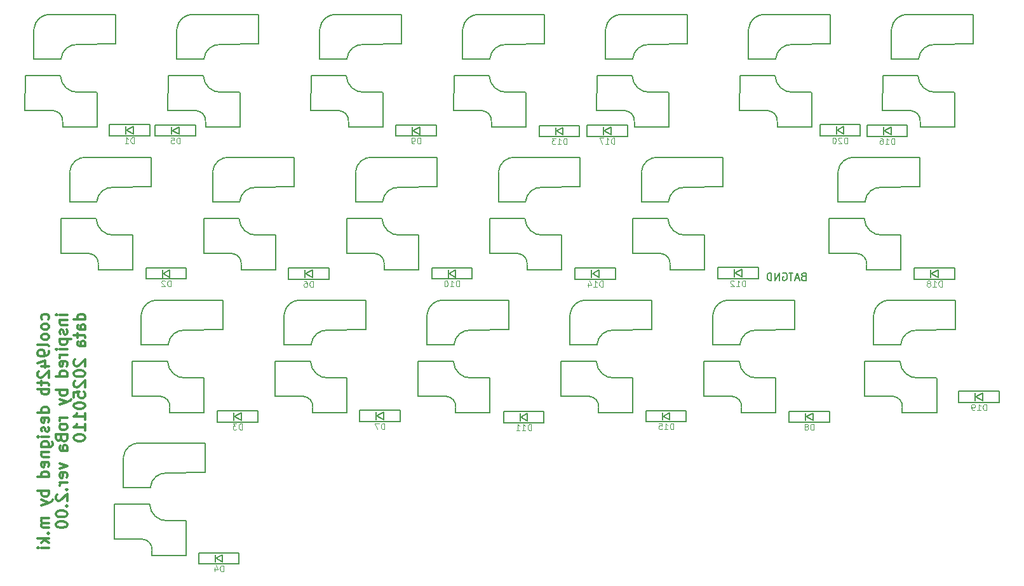
<source format=gbr>
%TF.GenerationSoftware,KiCad,Pcbnew,8.0.7*%
%TF.CreationDate,2025-01-10T20:34:57+09:00*%
%TF.ProjectId,cool937tb_R_v2,636f6f6c-3933-4377-9462-5f525f76322e,rev?*%
%TF.SameCoordinates,Original*%
%TF.FileFunction,Legend,Bot*%
%TF.FilePolarity,Positive*%
%FSLAX46Y46*%
G04 Gerber Fmt 4.6, Leading zero omitted, Abs format (unit mm)*
G04 Created by KiCad (PCBNEW 8.0.7) date 2025-01-10 20:34:57*
%MOMM*%
%LPD*%
G01*
G04 APERTURE LIST*
%ADD10C,0.300000*%
%ADD11C,0.125000*%
%ADD12C,0.150000*%
G04 APERTURE END LIST*
D10*
X-4170432Y-33867368D02*
X-4099003Y-33724510D01*
X-4099003Y-33724510D02*
X-4099003Y-33438796D01*
X-4099003Y-33438796D02*
X-4170432Y-33295939D01*
X-4170432Y-33295939D02*
X-4241860Y-33224510D01*
X-4241860Y-33224510D02*
X-4384717Y-33153082D01*
X-4384717Y-33153082D02*
X-4813289Y-33153082D01*
X-4813289Y-33153082D02*
X-4956146Y-33224510D01*
X-4956146Y-33224510D02*
X-5027574Y-33295939D01*
X-5027574Y-33295939D02*
X-5099003Y-33438796D01*
X-5099003Y-33438796D02*
X-5099003Y-33724510D01*
X-5099003Y-33724510D02*
X-5027574Y-33867368D01*
X-4099003Y-34724510D02*
X-4170432Y-34581653D01*
X-4170432Y-34581653D02*
X-4241860Y-34510224D01*
X-4241860Y-34510224D02*
X-4384717Y-34438796D01*
X-4384717Y-34438796D02*
X-4813289Y-34438796D01*
X-4813289Y-34438796D02*
X-4956146Y-34510224D01*
X-4956146Y-34510224D02*
X-5027574Y-34581653D01*
X-5027574Y-34581653D02*
X-5099003Y-34724510D01*
X-5099003Y-34724510D02*
X-5099003Y-34938796D01*
X-5099003Y-34938796D02*
X-5027574Y-35081653D01*
X-5027574Y-35081653D02*
X-4956146Y-35153082D01*
X-4956146Y-35153082D02*
X-4813289Y-35224510D01*
X-4813289Y-35224510D02*
X-4384717Y-35224510D01*
X-4384717Y-35224510D02*
X-4241860Y-35153082D01*
X-4241860Y-35153082D02*
X-4170432Y-35081653D01*
X-4170432Y-35081653D02*
X-4099003Y-34938796D01*
X-4099003Y-34938796D02*
X-4099003Y-34724510D01*
X-4099003Y-36081653D02*
X-4170432Y-35938796D01*
X-4170432Y-35938796D02*
X-4241860Y-35867367D01*
X-4241860Y-35867367D02*
X-4384717Y-35795939D01*
X-4384717Y-35795939D02*
X-4813289Y-35795939D01*
X-4813289Y-35795939D02*
X-4956146Y-35867367D01*
X-4956146Y-35867367D02*
X-5027574Y-35938796D01*
X-5027574Y-35938796D02*
X-5099003Y-36081653D01*
X-5099003Y-36081653D02*
X-5099003Y-36295939D01*
X-5099003Y-36295939D02*
X-5027574Y-36438796D01*
X-5027574Y-36438796D02*
X-4956146Y-36510225D01*
X-4956146Y-36510225D02*
X-4813289Y-36581653D01*
X-4813289Y-36581653D02*
X-4384717Y-36581653D01*
X-4384717Y-36581653D02*
X-4241860Y-36510225D01*
X-4241860Y-36510225D02*
X-4170432Y-36438796D01*
X-4170432Y-36438796D02*
X-4099003Y-36295939D01*
X-4099003Y-36295939D02*
X-4099003Y-36081653D01*
X-4099003Y-37438796D02*
X-4170432Y-37295939D01*
X-4170432Y-37295939D02*
X-4313289Y-37224510D01*
X-4313289Y-37224510D02*
X-5599003Y-37224510D01*
X-4099003Y-38081653D02*
X-4099003Y-38367367D01*
X-4099003Y-38367367D02*
X-4170432Y-38510224D01*
X-4170432Y-38510224D02*
X-4241860Y-38581653D01*
X-4241860Y-38581653D02*
X-4456146Y-38724510D01*
X-4456146Y-38724510D02*
X-4741860Y-38795939D01*
X-4741860Y-38795939D02*
X-5313289Y-38795939D01*
X-5313289Y-38795939D02*
X-5456146Y-38724510D01*
X-5456146Y-38724510D02*
X-5527574Y-38653082D01*
X-5527574Y-38653082D02*
X-5599003Y-38510224D01*
X-5599003Y-38510224D02*
X-5599003Y-38224510D01*
X-5599003Y-38224510D02*
X-5527574Y-38081653D01*
X-5527574Y-38081653D02*
X-5456146Y-38010224D01*
X-5456146Y-38010224D02*
X-5313289Y-37938796D01*
X-5313289Y-37938796D02*
X-4956146Y-37938796D01*
X-4956146Y-37938796D02*
X-4813289Y-38010224D01*
X-4813289Y-38010224D02*
X-4741860Y-38081653D01*
X-4741860Y-38081653D02*
X-4670432Y-38224510D01*
X-4670432Y-38224510D02*
X-4670432Y-38510224D01*
X-4670432Y-38510224D02*
X-4741860Y-38653082D01*
X-4741860Y-38653082D02*
X-4813289Y-38724510D01*
X-4813289Y-38724510D02*
X-4956146Y-38795939D01*
X-5099003Y-40081653D02*
X-4099003Y-40081653D01*
X-5670432Y-39724510D02*
X-4599003Y-39367367D01*
X-4599003Y-39367367D02*
X-4599003Y-40295938D01*
X-5456146Y-40795938D02*
X-5527574Y-40867366D01*
X-5527574Y-40867366D02*
X-5599003Y-41010224D01*
X-5599003Y-41010224D02*
X-5599003Y-41367366D01*
X-5599003Y-41367366D02*
X-5527574Y-41510224D01*
X-5527574Y-41510224D02*
X-5456146Y-41581652D01*
X-5456146Y-41581652D02*
X-5313289Y-41653081D01*
X-5313289Y-41653081D02*
X-5170432Y-41653081D01*
X-5170432Y-41653081D02*
X-4956146Y-41581652D01*
X-4956146Y-41581652D02*
X-4099003Y-40724509D01*
X-4099003Y-40724509D02*
X-4099003Y-41653081D01*
X-5099003Y-42081652D02*
X-5099003Y-42653080D01*
X-5599003Y-42295937D02*
X-4313289Y-42295937D01*
X-4313289Y-42295937D02*
X-4170432Y-42367366D01*
X-4170432Y-42367366D02*
X-4099003Y-42510223D01*
X-4099003Y-42510223D02*
X-4099003Y-42653080D01*
X-4099003Y-43153080D02*
X-5599003Y-43153080D01*
X-5027574Y-43153080D02*
X-5099003Y-43295938D01*
X-5099003Y-43295938D02*
X-5099003Y-43581652D01*
X-5099003Y-43581652D02*
X-5027574Y-43724509D01*
X-5027574Y-43724509D02*
X-4956146Y-43795938D01*
X-4956146Y-43795938D02*
X-4813289Y-43867366D01*
X-4813289Y-43867366D02*
X-4384717Y-43867366D01*
X-4384717Y-43867366D02*
X-4241860Y-43795938D01*
X-4241860Y-43795938D02*
X-4170432Y-43724509D01*
X-4170432Y-43724509D02*
X-4099003Y-43581652D01*
X-4099003Y-43581652D02*
X-4099003Y-43295938D01*
X-4099003Y-43295938D02*
X-4170432Y-43153080D01*
X-4099003Y-46295938D02*
X-5599003Y-46295938D01*
X-4170432Y-46295938D02*
X-4099003Y-46153080D01*
X-4099003Y-46153080D02*
X-4099003Y-45867366D01*
X-4099003Y-45867366D02*
X-4170432Y-45724509D01*
X-4170432Y-45724509D02*
X-4241860Y-45653080D01*
X-4241860Y-45653080D02*
X-4384717Y-45581652D01*
X-4384717Y-45581652D02*
X-4813289Y-45581652D01*
X-4813289Y-45581652D02*
X-4956146Y-45653080D01*
X-4956146Y-45653080D02*
X-5027574Y-45724509D01*
X-5027574Y-45724509D02*
X-5099003Y-45867366D01*
X-5099003Y-45867366D02*
X-5099003Y-46153080D01*
X-5099003Y-46153080D02*
X-5027574Y-46295938D01*
X-4170432Y-47581652D02*
X-4099003Y-47438795D01*
X-4099003Y-47438795D02*
X-4099003Y-47153081D01*
X-4099003Y-47153081D02*
X-4170432Y-47010223D01*
X-4170432Y-47010223D02*
X-4313289Y-46938795D01*
X-4313289Y-46938795D02*
X-4884717Y-46938795D01*
X-4884717Y-46938795D02*
X-5027574Y-47010223D01*
X-5027574Y-47010223D02*
X-5099003Y-47153081D01*
X-5099003Y-47153081D02*
X-5099003Y-47438795D01*
X-5099003Y-47438795D02*
X-5027574Y-47581652D01*
X-5027574Y-47581652D02*
X-4884717Y-47653081D01*
X-4884717Y-47653081D02*
X-4741860Y-47653081D01*
X-4741860Y-47653081D02*
X-4599003Y-46938795D01*
X-4170432Y-48224509D02*
X-4099003Y-48367366D01*
X-4099003Y-48367366D02*
X-4099003Y-48653080D01*
X-4099003Y-48653080D02*
X-4170432Y-48795937D01*
X-4170432Y-48795937D02*
X-4313289Y-48867366D01*
X-4313289Y-48867366D02*
X-4384717Y-48867366D01*
X-4384717Y-48867366D02*
X-4527574Y-48795937D01*
X-4527574Y-48795937D02*
X-4599003Y-48653080D01*
X-4599003Y-48653080D02*
X-4599003Y-48438795D01*
X-4599003Y-48438795D02*
X-4670432Y-48295937D01*
X-4670432Y-48295937D02*
X-4813289Y-48224509D01*
X-4813289Y-48224509D02*
X-4884717Y-48224509D01*
X-4884717Y-48224509D02*
X-5027574Y-48295937D01*
X-5027574Y-48295937D02*
X-5099003Y-48438795D01*
X-5099003Y-48438795D02*
X-5099003Y-48653080D01*
X-5099003Y-48653080D02*
X-5027574Y-48795937D01*
X-4099003Y-49510223D02*
X-5099003Y-49510223D01*
X-5599003Y-49510223D02*
X-5527574Y-49438795D01*
X-5527574Y-49438795D02*
X-5456146Y-49510223D01*
X-5456146Y-49510223D02*
X-5527574Y-49581652D01*
X-5527574Y-49581652D02*
X-5599003Y-49510223D01*
X-5599003Y-49510223D02*
X-5456146Y-49510223D01*
X-5099003Y-50867367D02*
X-3884717Y-50867367D01*
X-3884717Y-50867367D02*
X-3741860Y-50795938D01*
X-3741860Y-50795938D02*
X-3670432Y-50724509D01*
X-3670432Y-50724509D02*
X-3599003Y-50581652D01*
X-3599003Y-50581652D02*
X-3599003Y-50367367D01*
X-3599003Y-50367367D02*
X-3670432Y-50224509D01*
X-4170432Y-50867367D02*
X-4099003Y-50724509D01*
X-4099003Y-50724509D02*
X-4099003Y-50438795D01*
X-4099003Y-50438795D02*
X-4170432Y-50295938D01*
X-4170432Y-50295938D02*
X-4241860Y-50224509D01*
X-4241860Y-50224509D02*
X-4384717Y-50153081D01*
X-4384717Y-50153081D02*
X-4813289Y-50153081D01*
X-4813289Y-50153081D02*
X-4956146Y-50224509D01*
X-4956146Y-50224509D02*
X-5027574Y-50295938D01*
X-5027574Y-50295938D02*
X-5099003Y-50438795D01*
X-5099003Y-50438795D02*
X-5099003Y-50724509D01*
X-5099003Y-50724509D02*
X-5027574Y-50867367D01*
X-5099003Y-51581652D02*
X-4099003Y-51581652D01*
X-4956146Y-51581652D02*
X-5027574Y-51653081D01*
X-5027574Y-51653081D02*
X-5099003Y-51795938D01*
X-5099003Y-51795938D02*
X-5099003Y-52010224D01*
X-5099003Y-52010224D02*
X-5027574Y-52153081D01*
X-5027574Y-52153081D02*
X-4884717Y-52224510D01*
X-4884717Y-52224510D02*
X-4099003Y-52224510D01*
X-4170432Y-53510224D02*
X-4099003Y-53367367D01*
X-4099003Y-53367367D02*
X-4099003Y-53081653D01*
X-4099003Y-53081653D02*
X-4170432Y-52938795D01*
X-4170432Y-52938795D02*
X-4313289Y-52867367D01*
X-4313289Y-52867367D02*
X-4884717Y-52867367D01*
X-4884717Y-52867367D02*
X-5027574Y-52938795D01*
X-5027574Y-52938795D02*
X-5099003Y-53081653D01*
X-5099003Y-53081653D02*
X-5099003Y-53367367D01*
X-5099003Y-53367367D02*
X-5027574Y-53510224D01*
X-5027574Y-53510224D02*
X-4884717Y-53581653D01*
X-4884717Y-53581653D02*
X-4741860Y-53581653D01*
X-4741860Y-53581653D02*
X-4599003Y-52867367D01*
X-4099003Y-54867367D02*
X-5599003Y-54867367D01*
X-4170432Y-54867367D02*
X-4099003Y-54724509D01*
X-4099003Y-54724509D02*
X-4099003Y-54438795D01*
X-4099003Y-54438795D02*
X-4170432Y-54295938D01*
X-4170432Y-54295938D02*
X-4241860Y-54224509D01*
X-4241860Y-54224509D02*
X-4384717Y-54153081D01*
X-4384717Y-54153081D02*
X-4813289Y-54153081D01*
X-4813289Y-54153081D02*
X-4956146Y-54224509D01*
X-4956146Y-54224509D02*
X-5027574Y-54295938D01*
X-5027574Y-54295938D02*
X-5099003Y-54438795D01*
X-5099003Y-54438795D02*
X-5099003Y-54724509D01*
X-5099003Y-54724509D02*
X-5027574Y-54867367D01*
X-4099003Y-56724509D02*
X-5599003Y-56724509D01*
X-5027574Y-56724509D02*
X-5099003Y-56867367D01*
X-5099003Y-56867367D02*
X-5099003Y-57153081D01*
X-5099003Y-57153081D02*
X-5027574Y-57295938D01*
X-5027574Y-57295938D02*
X-4956146Y-57367367D01*
X-4956146Y-57367367D02*
X-4813289Y-57438795D01*
X-4813289Y-57438795D02*
X-4384717Y-57438795D01*
X-4384717Y-57438795D02*
X-4241860Y-57367367D01*
X-4241860Y-57367367D02*
X-4170432Y-57295938D01*
X-4170432Y-57295938D02*
X-4099003Y-57153081D01*
X-4099003Y-57153081D02*
X-4099003Y-56867367D01*
X-4099003Y-56867367D02*
X-4170432Y-56724509D01*
X-5099003Y-57938795D02*
X-4099003Y-58295938D01*
X-5099003Y-58653081D02*
X-4099003Y-58295938D01*
X-4099003Y-58295938D02*
X-3741860Y-58153081D01*
X-3741860Y-58153081D02*
X-3670432Y-58081652D01*
X-3670432Y-58081652D02*
X-3599003Y-57938795D01*
X-4099003Y-60367366D02*
X-5099003Y-60367366D01*
X-4956146Y-60367366D02*
X-5027574Y-60438795D01*
X-5027574Y-60438795D02*
X-5099003Y-60581652D01*
X-5099003Y-60581652D02*
X-5099003Y-60795938D01*
X-5099003Y-60795938D02*
X-5027574Y-60938795D01*
X-5027574Y-60938795D02*
X-4884717Y-61010224D01*
X-4884717Y-61010224D02*
X-4099003Y-61010224D01*
X-4884717Y-61010224D02*
X-5027574Y-61081652D01*
X-5027574Y-61081652D02*
X-5099003Y-61224509D01*
X-5099003Y-61224509D02*
X-5099003Y-61438795D01*
X-5099003Y-61438795D02*
X-5027574Y-61581652D01*
X-5027574Y-61581652D02*
X-4884717Y-61653081D01*
X-4884717Y-61653081D02*
X-4099003Y-61653081D01*
X-4241860Y-62367366D02*
X-4170432Y-62438795D01*
X-4170432Y-62438795D02*
X-4099003Y-62367366D01*
X-4099003Y-62367366D02*
X-4170432Y-62295938D01*
X-4170432Y-62295938D02*
X-4241860Y-62367366D01*
X-4241860Y-62367366D02*
X-4099003Y-62367366D01*
X-4099003Y-63081652D02*
X-5599003Y-63081652D01*
X-4670432Y-63224510D02*
X-4099003Y-63653081D01*
X-5099003Y-63653081D02*
X-4527574Y-63081652D01*
X-4099003Y-64295938D02*
X-5099003Y-64295938D01*
X-5599003Y-64295938D02*
X-5527574Y-64224510D01*
X-5527574Y-64224510D02*
X-5456146Y-64295938D01*
X-5456146Y-64295938D02*
X-5527574Y-64367367D01*
X-5527574Y-64367367D02*
X-5599003Y-64295938D01*
X-5599003Y-64295938D02*
X-5456146Y-64295938D01*
X-1684087Y-33224510D02*
X-2684087Y-33224510D01*
X-3184087Y-33224510D02*
X-3112658Y-33153082D01*
X-3112658Y-33153082D02*
X-3041230Y-33224510D01*
X-3041230Y-33224510D02*
X-3112658Y-33295939D01*
X-3112658Y-33295939D02*
X-3184087Y-33224510D01*
X-3184087Y-33224510D02*
X-3041230Y-33224510D01*
X-2684087Y-33938796D02*
X-1684087Y-33938796D01*
X-2541230Y-33938796D02*
X-2612658Y-34010225D01*
X-2612658Y-34010225D02*
X-2684087Y-34153082D01*
X-2684087Y-34153082D02*
X-2684087Y-34367368D01*
X-2684087Y-34367368D02*
X-2612658Y-34510225D01*
X-2612658Y-34510225D02*
X-2469801Y-34581654D01*
X-2469801Y-34581654D02*
X-1684087Y-34581654D01*
X-1755516Y-35224511D02*
X-1684087Y-35367368D01*
X-1684087Y-35367368D02*
X-1684087Y-35653082D01*
X-1684087Y-35653082D02*
X-1755516Y-35795939D01*
X-1755516Y-35795939D02*
X-1898373Y-35867368D01*
X-1898373Y-35867368D02*
X-1969801Y-35867368D01*
X-1969801Y-35867368D02*
X-2112658Y-35795939D01*
X-2112658Y-35795939D02*
X-2184087Y-35653082D01*
X-2184087Y-35653082D02*
X-2184087Y-35438797D01*
X-2184087Y-35438797D02*
X-2255516Y-35295939D01*
X-2255516Y-35295939D02*
X-2398373Y-35224511D01*
X-2398373Y-35224511D02*
X-2469801Y-35224511D01*
X-2469801Y-35224511D02*
X-2612658Y-35295939D01*
X-2612658Y-35295939D02*
X-2684087Y-35438797D01*
X-2684087Y-35438797D02*
X-2684087Y-35653082D01*
X-2684087Y-35653082D02*
X-2612658Y-35795939D01*
X-2684087Y-36510225D02*
X-1184087Y-36510225D01*
X-2612658Y-36510225D02*
X-2684087Y-36653083D01*
X-2684087Y-36653083D02*
X-2684087Y-36938797D01*
X-2684087Y-36938797D02*
X-2612658Y-37081654D01*
X-2612658Y-37081654D02*
X-2541230Y-37153083D01*
X-2541230Y-37153083D02*
X-2398373Y-37224511D01*
X-2398373Y-37224511D02*
X-1969801Y-37224511D01*
X-1969801Y-37224511D02*
X-1826944Y-37153083D01*
X-1826944Y-37153083D02*
X-1755516Y-37081654D01*
X-1755516Y-37081654D02*
X-1684087Y-36938797D01*
X-1684087Y-36938797D02*
X-1684087Y-36653083D01*
X-1684087Y-36653083D02*
X-1755516Y-36510225D01*
X-1684087Y-37867368D02*
X-2684087Y-37867368D01*
X-3184087Y-37867368D02*
X-3112658Y-37795940D01*
X-3112658Y-37795940D02*
X-3041230Y-37867368D01*
X-3041230Y-37867368D02*
X-3112658Y-37938797D01*
X-3112658Y-37938797D02*
X-3184087Y-37867368D01*
X-3184087Y-37867368D02*
X-3041230Y-37867368D01*
X-1684087Y-38581654D02*
X-2684087Y-38581654D01*
X-2398373Y-38581654D02*
X-2541230Y-38653083D01*
X-2541230Y-38653083D02*
X-2612658Y-38724512D01*
X-2612658Y-38724512D02*
X-2684087Y-38867369D01*
X-2684087Y-38867369D02*
X-2684087Y-39010226D01*
X-1755516Y-40081654D02*
X-1684087Y-39938797D01*
X-1684087Y-39938797D02*
X-1684087Y-39653083D01*
X-1684087Y-39653083D02*
X-1755516Y-39510225D01*
X-1755516Y-39510225D02*
X-1898373Y-39438797D01*
X-1898373Y-39438797D02*
X-2469801Y-39438797D01*
X-2469801Y-39438797D02*
X-2612658Y-39510225D01*
X-2612658Y-39510225D02*
X-2684087Y-39653083D01*
X-2684087Y-39653083D02*
X-2684087Y-39938797D01*
X-2684087Y-39938797D02*
X-2612658Y-40081654D01*
X-2612658Y-40081654D02*
X-2469801Y-40153083D01*
X-2469801Y-40153083D02*
X-2326944Y-40153083D01*
X-2326944Y-40153083D02*
X-2184087Y-39438797D01*
X-1684087Y-41438797D02*
X-3184087Y-41438797D01*
X-1755516Y-41438797D02*
X-1684087Y-41295939D01*
X-1684087Y-41295939D02*
X-1684087Y-41010225D01*
X-1684087Y-41010225D02*
X-1755516Y-40867368D01*
X-1755516Y-40867368D02*
X-1826944Y-40795939D01*
X-1826944Y-40795939D02*
X-1969801Y-40724511D01*
X-1969801Y-40724511D02*
X-2398373Y-40724511D01*
X-2398373Y-40724511D02*
X-2541230Y-40795939D01*
X-2541230Y-40795939D02*
X-2612658Y-40867368D01*
X-2612658Y-40867368D02*
X-2684087Y-41010225D01*
X-2684087Y-41010225D02*
X-2684087Y-41295939D01*
X-2684087Y-41295939D02*
X-2612658Y-41438797D01*
X-1684087Y-43295939D02*
X-3184087Y-43295939D01*
X-2612658Y-43295939D02*
X-2684087Y-43438797D01*
X-2684087Y-43438797D02*
X-2684087Y-43724511D01*
X-2684087Y-43724511D02*
X-2612658Y-43867368D01*
X-2612658Y-43867368D02*
X-2541230Y-43938797D01*
X-2541230Y-43938797D02*
X-2398373Y-44010225D01*
X-2398373Y-44010225D02*
X-1969801Y-44010225D01*
X-1969801Y-44010225D02*
X-1826944Y-43938797D01*
X-1826944Y-43938797D02*
X-1755516Y-43867368D01*
X-1755516Y-43867368D02*
X-1684087Y-43724511D01*
X-1684087Y-43724511D02*
X-1684087Y-43438797D01*
X-1684087Y-43438797D02*
X-1755516Y-43295939D01*
X-2684087Y-44510225D02*
X-1684087Y-44867368D01*
X-2684087Y-45224511D02*
X-1684087Y-44867368D01*
X-1684087Y-44867368D02*
X-1326944Y-44724511D01*
X-1326944Y-44724511D02*
X-1255516Y-44653082D01*
X-1255516Y-44653082D02*
X-1184087Y-44510225D01*
X-1684087Y-46938796D02*
X-2684087Y-46938796D01*
X-2398373Y-46938796D02*
X-2541230Y-47010225D01*
X-2541230Y-47010225D02*
X-2612658Y-47081654D01*
X-2612658Y-47081654D02*
X-2684087Y-47224511D01*
X-2684087Y-47224511D02*
X-2684087Y-47367368D01*
X-1684087Y-48081653D02*
X-1755516Y-47938796D01*
X-1755516Y-47938796D02*
X-1826944Y-47867367D01*
X-1826944Y-47867367D02*
X-1969801Y-47795939D01*
X-1969801Y-47795939D02*
X-2398373Y-47795939D01*
X-2398373Y-47795939D02*
X-2541230Y-47867367D01*
X-2541230Y-47867367D02*
X-2612658Y-47938796D01*
X-2612658Y-47938796D02*
X-2684087Y-48081653D01*
X-2684087Y-48081653D02*
X-2684087Y-48295939D01*
X-2684087Y-48295939D02*
X-2612658Y-48438796D01*
X-2612658Y-48438796D02*
X-2541230Y-48510225D01*
X-2541230Y-48510225D02*
X-2398373Y-48581653D01*
X-2398373Y-48581653D02*
X-1969801Y-48581653D01*
X-1969801Y-48581653D02*
X-1826944Y-48510225D01*
X-1826944Y-48510225D02*
X-1755516Y-48438796D01*
X-1755516Y-48438796D02*
X-1684087Y-48295939D01*
X-1684087Y-48295939D02*
X-1684087Y-48081653D01*
X-2469801Y-49724510D02*
X-2398373Y-49938796D01*
X-2398373Y-49938796D02*
X-2326944Y-50010225D01*
X-2326944Y-50010225D02*
X-2184087Y-50081653D01*
X-2184087Y-50081653D02*
X-1969801Y-50081653D01*
X-1969801Y-50081653D02*
X-1826944Y-50010225D01*
X-1826944Y-50010225D02*
X-1755516Y-49938796D01*
X-1755516Y-49938796D02*
X-1684087Y-49795939D01*
X-1684087Y-49795939D02*
X-1684087Y-49224510D01*
X-1684087Y-49224510D02*
X-3184087Y-49224510D01*
X-3184087Y-49224510D02*
X-3184087Y-49724510D01*
X-3184087Y-49724510D02*
X-3112658Y-49867368D01*
X-3112658Y-49867368D02*
X-3041230Y-49938796D01*
X-3041230Y-49938796D02*
X-2898373Y-50010225D01*
X-2898373Y-50010225D02*
X-2755516Y-50010225D01*
X-2755516Y-50010225D02*
X-2612658Y-49938796D01*
X-2612658Y-49938796D02*
X-2541230Y-49867368D01*
X-2541230Y-49867368D02*
X-2469801Y-49724510D01*
X-2469801Y-49724510D02*
X-2469801Y-49224510D01*
X-1684087Y-51367368D02*
X-2469801Y-51367368D01*
X-2469801Y-51367368D02*
X-2612658Y-51295939D01*
X-2612658Y-51295939D02*
X-2684087Y-51153082D01*
X-2684087Y-51153082D02*
X-2684087Y-50867368D01*
X-2684087Y-50867368D02*
X-2612658Y-50724510D01*
X-1755516Y-51367368D02*
X-1684087Y-51224510D01*
X-1684087Y-51224510D02*
X-1684087Y-50867368D01*
X-1684087Y-50867368D02*
X-1755516Y-50724510D01*
X-1755516Y-50724510D02*
X-1898373Y-50653082D01*
X-1898373Y-50653082D02*
X-2041230Y-50653082D01*
X-2041230Y-50653082D02*
X-2184087Y-50724510D01*
X-2184087Y-50724510D02*
X-2255516Y-50867368D01*
X-2255516Y-50867368D02*
X-2255516Y-51224510D01*
X-2255516Y-51224510D02*
X-2326944Y-51367368D01*
X-2684087Y-53081653D02*
X-1684087Y-53438796D01*
X-1684087Y-53438796D02*
X-2684087Y-53795939D01*
X-1755516Y-54938796D02*
X-1684087Y-54795939D01*
X-1684087Y-54795939D02*
X-1684087Y-54510225D01*
X-1684087Y-54510225D02*
X-1755516Y-54367367D01*
X-1755516Y-54367367D02*
X-1898373Y-54295939D01*
X-1898373Y-54295939D02*
X-2469801Y-54295939D01*
X-2469801Y-54295939D02*
X-2612658Y-54367367D01*
X-2612658Y-54367367D02*
X-2684087Y-54510225D01*
X-2684087Y-54510225D02*
X-2684087Y-54795939D01*
X-2684087Y-54795939D02*
X-2612658Y-54938796D01*
X-2612658Y-54938796D02*
X-2469801Y-55010225D01*
X-2469801Y-55010225D02*
X-2326944Y-55010225D01*
X-2326944Y-55010225D02*
X-2184087Y-54295939D01*
X-1684087Y-55653081D02*
X-2684087Y-55653081D01*
X-2398373Y-55653081D02*
X-2541230Y-55724510D01*
X-2541230Y-55724510D02*
X-2612658Y-55795939D01*
X-2612658Y-55795939D02*
X-2684087Y-55938796D01*
X-2684087Y-55938796D02*
X-2684087Y-56081653D01*
X-1826944Y-56581652D02*
X-1755516Y-56653081D01*
X-1755516Y-56653081D02*
X-1684087Y-56581652D01*
X-1684087Y-56581652D02*
X-1755516Y-56510224D01*
X-1755516Y-56510224D02*
X-1826944Y-56581652D01*
X-1826944Y-56581652D02*
X-1684087Y-56581652D01*
X-3041230Y-57224510D02*
X-3112658Y-57295938D01*
X-3112658Y-57295938D02*
X-3184087Y-57438796D01*
X-3184087Y-57438796D02*
X-3184087Y-57795938D01*
X-3184087Y-57795938D02*
X-3112658Y-57938796D01*
X-3112658Y-57938796D02*
X-3041230Y-58010224D01*
X-3041230Y-58010224D02*
X-2898373Y-58081653D01*
X-2898373Y-58081653D02*
X-2755516Y-58081653D01*
X-2755516Y-58081653D02*
X-2541230Y-58010224D01*
X-2541230Y-58010224D02*
X-1684087Y-57153081D01*
X-1684087Y-57153081D02*
X-1684087Y-58081653D01*
X-1826944Y-58724509D02*
X-1755516Y-58795938D01*
X-1755516Y-58795938D02*
X-1684087Y-58724509D01*
X-1684087Y-58724509D02*
X-1755516Y-58653081D01*
X-1755516Y-58653081D02*
X-1826944Y-58724509D01*
X-1826944Y-58724509D02*
X-1684087Y-58724509D01*
X-3184087Y-59724510D02*
X-3184087Y-59867367D01*
X-3184087Y-59867367D02*
X-3112658Y-60010224D01*
X-3112658Y-60010224D02*
X-3041230Y-60081653D01*
X-3041230Y-60081653D02*
X-2898373Y-60153081D01*
X-2898373Y-60153081D02*
X-2612658Y-60224510D01*
X-2612658Y-60224510D02*
X-2255516Y-60224510D01*
X-2255516Y-60224510D02*
X-1969801Y-60153081D01*
X-1969801Y-60153081D02*
X-1826944Y-60081653D01*
X-1826944Y-60081653D02*
X-1755516Y-60010224D01*
X-1755516Y-60010224D02*
X-1684087Y-59867367D01*
X-1684087Y-59867367D02*
X-1684087Y-59724510D01*
X-1684087Y-59724510D02*
X-1755516Y-59581653D01*
X-1755516Y-59581653D02*
X-1826944Y-59510224D01*
X-1826944Y-59510224D02*
X-1969801Y-59438795D01*
X-1969801Y-59438795D02*
X-2255516Y-59367367D01*
X-2255516Y-59367367D02*
X-2612658Y-59367367D01*
X-2612658Y-59367367D02*
X-2898373Y-59438795D01*
X-2898373Y-59438795D02*
X-3041230Y-59510224D01*
X-3041230Y-59510224D02*
X-3112658Y-59581653D01*
X-3112658Y-59581653D02*
X-3184087Y-59724510D01*
X-3184087Y-61153081D02*
X-3184087Y-61295938D01*
X-3184087Y-61295938D02*
X-3112658Y-61438795D01*
X-3112658Y-61438795D02*
X-3041230Y-61510224D01*
X-3041230Y-61510224D02*
X-2898373Y-61581652D01*
X-2898373Y-61581652D02*
X-2612658Y-61653081D01*
X-2612658Y-61653081D02*
X-2255516Y-61653081D01*
X-2255516Y-61653081D02*
X-1969801Y-61581652D01*
X-1969801Y-61581652D02*
X-1826944Y-61510224D01*
X-1826944Y-61510224D02*
X-1755516Y-61438795D01*
X-1755516Y-61438795D02*
X-1684087Y-61295938D01*
X-1684087Y-61295938D02*
X-1684087Y-61153081D01*
X-1684087Y-61153081D02*
X-1755516Y-61010224D01*
X-1755516Y-61010224D02*
X-1826944Y-60938795D01*
X-1826944Y-60938795D02*
X-1969801Y-60867366D01*
X-1969801Y-60867366D02*
X-2255516Y-60795938D01*
X-2255516Y-60795938D02*
X-2612658Y-60795938D01*
X-2612658Y-60795938D02*
X-2898373Y-60867366D01*
X-2898373Y-60867366D02*
X-3041230Y-60938795D01*
X-3041230Y-60938795D02*
X-3112658Y-61010224D01*
X-3112658Y-61010224D02*
X-3184087Y-61153081D01*
X730828Y-33867368D02*
X-769171Y-33867368D01*
X659400Y-33867368D02*
X730828Y-33724510D01*
X730828Y-33724510D02*
X730828Y-33438796D01*
X730828Y-33438796D02*
X659400Y-33295939D01*
X659400Y-33295939D02*
X587971Y-33224510D01*
X587971Y-33224510D02*
X445114Y-33153082D01*
X445114Y-33153082D02*
X16542Y-33153082D01*
X16542Y-33153082D02*
X-126314Y-33224510D01*
X-126314Y-33224510D02*
X-197742Y-33295939D01*
X-197742Y-33295939D02*
X-269171Y-33438796D01*
X-269171Y-33438796D02*
X-269171Y-33724510D01*
X-269171Y-33724510D02*
X-197742Y-33867368D01*
X730828Y-35224511D02*
X-54885Y-35224511D01*
X-54885Y-35224511D02*
X-197742Y-35153082D01*
X-197742Y-35153082D02*
X-269171Y-35010225D01*
X-269171Y-35010225D02*
X-269171Y-34724511D01*
X-269171Y-34724511D02*
X-197742Y-34581653D01*
X659400Y-35224511D02*
X730828Y-35081653D01*
X730828Y-35081653D02*
X730828Y-34724511D01*
X730828Y-34724511D02*
X659400Y-34581653D01*
X659400Y-34581653D02*
X516542Y-34510225D01*
X516542Y-34510225D02*
X373685Y-34510225D01*
X373685Y-34510225D02*
X230828Y-34581653D01*
X230828Y-34581653D02*
X159400Y-34724511D01*
X159400Y-34724511D02*
X159400Y-35081653D01*
X159400Y-35081653D02*
X87971Y-35224511D01*
X-269171Y-35724511D02*
X-269171Y-36295939D01*
X-769171Y-35938796D02*
X516542Y-35938796D01*
X516542Y-35938796D02*
X659400Y-36010225D01*
X659400Y-36010225D02*
X730828Y-36153082D01*
X730828Y-36153082D02*
X730828Y-36295939D01*
X730828Y-37438797D02*
X-54885Y-37438797D01*
X-54885Y-37438797D02*
X-197742Y-37367368D01*
X-197742Y-37367368D02*
X-269171Y-37224511D01*
X-269171Y-37224511D02*
X-269171Y-36938797D01*
X-269171Y-36938797D02*
X-197742Y-36795939D01*
X659400Y-37438797D02*
X730828Y-37295939D01*
X730828Y-37295939D02*
X730828Y-36938797D01*
X730828Y-36938797D02*
X659400Y-36795939D01*
X659400Y-36795939D02*
X516542Y-36724511D01*
X516542Y-36724511D02*
X373685Y-36724511D01*
X373685Y-36724511D02*
X230828Y-36795939D01*
X230828Y-36795939D02*
X159400Y-36938797D01*
X159400Y-36938797D02*
X159400Y-37295939D01*
X159400Y-37295939D02*
X87971Y-37438797D01*
X-626314Y-39224511D02*
X-697742Y-39295939D01*
X-697742Y-39295939D02*
X-769171Y-39438797D01*
X-769171Y-39438797D02*
X-769171Y-39795939D01*
X-769171Y-39795939D02*
X-697742Y-39938797D01*
X-697742Y-39938797D02*
X-626314Y-40010225D01*
X-626314Y-40010225D02*
X-483457Y-40081654D01*
X-483457Y-40081654D02*
X-340600Y-40081654D01*
X-340600Y-40081654D02*
X-126314Y-40010225D01*
X-126314Y-40010225D02*
X730828Y-39153082D01*
X730828Y-39153082D02*
X730828Y-40081654D01*
X-769171Y-41010225D02*
X-769171Y-41153082D01*
X-769171Y-41153082D02*
X-697742Y-41295939D01*
X-697742Y-41295939D02*
X-626314Y-41367368D01*
X-626314Y-41367368D02*
X-483457Y-41438796D01*
X-483457Y-41438796D02*
X-197742Y-41510225D01*
X-197742Y-41510225D02*
X159400Y-41510225D01*
X159400Y-41510225D02*
X445114Y-41438796D01*
X445114Y-41438796D02*
X587971Y-41367368D01*
X587971Y-41367368D02*
X659400Y-41295939D01*
X659400Y-41295939D02*
X730828Y-41153082D01*
X730828Y-41153082D02*
X730828Y-41010225D01*
X730828Y-41010225D02*
X659400Y-40867368D01*
X659400Y-40867368D02*
X587971Y-40795939D01*
X587971Y-40795939D02*
X445114Y-40724510D01*
X445114Y-40724510D02*
X159400Y-40653082D01*
X159400Y-40653082D02*
X-197742Y-40653082D01*
X-197742Y-40653082D02*
X-483457Y-40724510D01*
X-483457Y-40724510D02*
X-626314Y-40795939D01*
X-626314Y-40795939D02*
X-697742Y-40867368D01*
X-697742Y-40867368D02*
X-769171Y-41010225D01*
X-626314Y-42081653D02*
X-697742Y-42153081D01*
X-697742Y-42153081D02*
X-769171Y-42295939D01*
X-769171Y-42295939D02*
X-769171Y-42653081D01*
X-769171Y-42653081D02*
X-697742Y-42795939D01*
X-697742Y-42795939D02*
X-626314Y-42867367D01*
X-626314Y-42867367D02*
X-483457Y-42938796D01*
X-483457Y-42938796D02*
X-340600Y-42938796D01*
X-340600Y-42938796D02*
X-126314Y-42867367D01*
X-126314Y-42867367D02*
X730828Y-42010224D01*
X730828Y-42010224D02*
X730828Y-42938796D01*
X-769171Y-44295938D02*
X-769171Y-43581652D01*
X-769171Y-43581652D02*
X-54885Y-43510224D01*
X-54885Y-43510224D02*
X-126314Y-43581652D01*
X-126314Y-43581652D02*
X-197742Y-43724510D01*
X-197742Y-43724510D02*
X-197742Y-44081652D01*
X-197742Y-44081652D02*
X-126314Y-44224510D01*
X-126314Y-44224510D02*
X-54885Y-44295938D01*
X-54885Y-44295938D02*
X87971Y-44367367D01*
X87971Y-44367367D02*
X445114Y-44367367D01*
X445114Y-44367367D02*
X587971Y-44295938D01*
X587971Y-44295938D02*
X659400Y-44224510D01*
X659400Y-44224510D02*
X730828Y-44081652D01*
X730828Y-44081652D02*
X730828Y-43724510D01*
X730828Y-43724510D02*
X659400Y-43581652D01*
X659400Y-43581652D02*
X587971Y-43510224D01*
X-769171Y-45295938D02*
X-769171Y-45438795D01*
X-769171Y-45438795D02*
X-697742Y-45581652D01*
X-697742Y-45581652D02*
X-626314Y-45653081D01*
X-626314Y-45653081D02*
X-483457Y-45724509D01*
X-483457Y-45724509D02*
X-197742Y-45795938D01*
X-197742Y-45795938D02*
X159400Y-45795938D01*
X159400Y-45795938D02*
X445114Y-45724509D01*
X445114Y-45724509D02*
X587971Y-45653081D01*
X587971Y-45653081D02*
X659400Y-45581652D01*
X659400Y-45581652D02*
X730828Y-45438795D01*
X730828Y-45438795D02*
X730828Y-45295938D01*
X730828Y-45295938D02*
X659400Y-45153081D01*
X659400Y-45153081D02*
X587971Y-45081652D01*
X587971Y-45081652D02*
X445114Y-45010223D01*
X445114Y-45010223D02*
X159400Y-44938795D01*
X159400Y-44938795D02*
X-197742Y-44938795D01*
X-197742Y-44938795D02*
X-483457Y-45010223D01*
X-483457Y-45010223D02*
X-626314Y-45081652D01*
X-626314Y-45081652D02*
X-697742Y-45153081D01*
X-697742Y-45153081D02*
X-769171Y-45295938D01*
X730828Y-47224509D02*
X730828Y-46367366D01*
X730828Y-46795937D02*
X-769171Y-46795937D01*
X-769171Y-46795937D02*
X-554885Y-46653080D01*
X-554885Y-46653080D02*
X-412028Y-46510223D01*
X-412028Y-46510223D02*
X-340600Y-46367366D01*
X730828Y-48653080D02*
X730828Y-47795937D01*
X730828Y-48224508D02*
X-769171Y-48224508D01*
X-769171Y-48224508D02*
X-554885Y-48081651D01*
X-554885Y-48081651D02*
X-412028Y-47938794D01*
X-412028Y-47938794D02*
X-340600Y-47795937D01*
X-769171Y-49581651D02*
X-769171Y-49724508D01*
X-769171Y-49724508D02*
X-697742Y-49867365D01*
X-697742Y-49867365D02*
X-626314Y-49938794D01*
X-626314Y-49938794D02*
X-483457Y-50010222D01*
X-483457Y-50010222D02*
X-197742Y-50081651D01*
X-197742Y-50081651D02*
X159400Y-50081651D01*
X159400Y-50081651D02*
X445114Y-50010222D01*
X445114Y-50010222D02*
X587971Y-49938794D01*
X587971Y-49938794D02*
X659400Y-49867365D01*
X659400Y-49867365D02*
X730828Y-49724508D01*
X730828Y-49724508D02*
X730828Y-49581651D01*
X730828Y-49581651D02*
X659400Y-49438794D01*
X659400Y-49438794D02*
X587971Y-49367365D01*
X587971Y-49367365D02*
X445114Y-49295936D01*
X445114Y-49295936D02*
X159400Y-49224508D01*
X159400Y-49224508D02*
X-197742Y-49224508D01*
X-197742Y-49224508D02*
X-483457Y-49295936D01*
X-483457Y-49295936D02*
X-626314Y-49367365D01*
X-626314Y-49367365D02*
X-697742Y-49438794D01*
X-697742Y-49438794D02*
X-769171Y-49581651D01*
D11*
X69701428Y-29523595D02*
X69701428Y-28723595D01*
X69701428Y-28723595D02*
X69510952Y-28723595D01*
X69510952Y-28723595D02*
X69396666Y-28761690D01*
X69396666Y-28761690D02*
X69320476Y-28837880D01*
X69320476Y-28837880D02*
X69282381Y-28914071D01*
X69282381Y-28914071D02*
X69244285Y-29066452D01*
X69244285Y-29066452D02*
X69244285Y-29180738D01*
X69244285Y-29180738D02*
X69282381Y-29333119D01*
X69282381Y-29333119D02*
X69320476Y-29409309D01*
X69320476Y-29409309D02*
X69396666Y-29485500D01*
X69396666Y-29485500D02*
X69510952Y-29523595D01*
X69510952Y-29523595D02*
X69701428Y-29523595D01*
X68482381Y-29523595D02*
X68939524Y-29523595D01*
X68710952Y-29523595D02*
X68710952Y-28723595D01*
X68710952Y-28723595D02*
X68787143Y-28837880D01*
X68787143Y-28837880D02*
X68863333Y-28914071D01*
X68863333Y-28914071D02*
X68939524Y-28952166D01*
X67796666Y-28990261D02*
X67796666Y-29523595D01*
X67987142Y-28685500D02*
X68177619Y-29256928D01*
X68177619Y-29256928D02*
X67682380Y-29256928D01*
X50581428Y-29493595D02*
X50581428Y-28693595D01*
X50581428Y-28693595D02*
X50390952Y-28693595D01*
X50390952Y-28693595D02*
X50276666Y-28731690D01*
X50276666Y-28731690D02*
X50200476Y-28807880D01*
X50200476Y-28807880D02*
X50162381Y-28884071D01*
X50162381Y-28884071D02*
X50124285Y-29036452D01*
X50124285Y-29036452D02*
X50124285Y-29150738D01*
X50124285Y-29150738D02*
X50162381Y-29303119D01*
X50162381Y-29303119D02*
X50200476Y-29379309D01*
X50200476Y-29379309D02*
X50276666Y-29455500D01*
X50276666Y-29455500D02*
X50390952Y-29493595D01*
X50390952Y-29493595D02*
X50581428Y-29493595D01*
X49362381Y-29493595D02*
X49819524Y-29493595D01*
X49590952Y-29493595D02*
X49590952Y-28693595D01*
X49590952Y-28693595D02*
X49667143Y-28807880D01*
X49667143Y-28807880D02*
X49743333Y-28884071D01*
X49743333Y-28884071D02*
X49819524Y-28922166D01*
X48867142Y-28693595D02*
X48790952Y-28693595D01*
X48790952Y-28693595D02*
X48714761Y-28731690D01*
X48714761Y-28731690D02*
X48676666Y-28769785D01*
X48676666Y-28769785D02*
X48638571Y-28845976D01*
X48638571Y-28845976D02*
X48600476Y-28998357D01*
X48600476Y-28998357D02*
X48600476Y-29188833D01*
X48600476Y-29188833D02*
X48638571Y-29341214D01*
X48638571Y-29341214D02*
X48676666Y-29417404D01*
X48676666Y-29417404D02*
X48714761Y-29455500D01*
X48714761Y-29455500D02*
X48790952Y-29493595D01*
X48790952Y-29493595D02*
X48867142Y-29493595D01*
X48867142Y-29493595D02*
X48943333Y-29455500D01*
X48943333Y-29455500D02*
X48981428Y-29417404D01*
X48981428Y-29417404D02*
X49019523Y-29341214D01*
X49019523Y-29341214D02*
X49057619Y-29188833D01*
X49057619Y-29188833D02*
X49057619Y-28998357D01*
X49057619Y-28998357D02*
X49019523Y-28845976D01*
X49019523Y-28845976D02*
X48981428Y-28769785D01*
X48981428Y-28769785D02*
X48943333Y-28731690D01*
X48943333Y-28731690D02*
X48867142Y-28693595D01*
X79121428Y-48533595D02*
X79121428Y-47733595D01*
X79121428Y-47733595D02*
X78930952Y-47733595D01*
X78930952Y-47733595D02*
X78816666Y-47771690D01*
X78816666Y-47771690D02*
X78740476Y-47847880D01*
X78740476Y-47847880D02*
X78702381Y-47924071D01*
X78702381Y-47924071D02*
X78664285Y-48076452D01*
X78664285Y-48076452D02*
X78664285Y-48190738D01*
X78664285Y-48190738D02*
X78702381Y-48343119D01*
X78702381Y-48343119D02*
X78740476Y-48419309D01*
X78740476Y-48419309D02*
X78816666Y-48495500D01*
X78816666Y-48495500D02*
X78930952Y-48533595D01*
X78930952Y-48533595D02*
X79121428Y-48533595D01*
X77902381Y-48533595D02*
X78359524Y-48533595D01*
X78130952Y-48533595D02*
X78130952Y-47733595D01*
X78130952Y-47733595D02*
X78207143Y-47847880D01*
X78207143Y-47847880D02*
X78283333Y-47924071D01*
X78283333Y-47924071D02*
X78359524Y-47962166D01*
X77178571Y-47733595D02*
X77559523Y-47733595D01*
X77559523Y-47733595D02*
X77597619Y-48114547D01*
X77597619Y-48114547D02*
X77559523Y-48076452D01*
X77559523Y-48076452D02*
X77483333Y-48038357D01*
X77483333Y-48038357D02*
X77292857Y-48038357D01*
X77292857Y-48038357D02*
X77216666Y-48076452D01*
X77216666Y-48076452D02*
X77178571Y-48114547D01*
X77178571Y-48114547D02*
X77140476Y-48190738D01*
X77140476Y-48190738D02*
X77140476Y-48381214D01*
X77140476Y-48381214D02*
X77178571Y-48457404D01*
X77178571Y-48457404D02*
X77216666Y-48495500D01*
X77216666Y-48495500D02*
X77292857Y-48533595D01*
X77292857Y-48533595D02*
X77483333Y-48533595D01*
X77483333Y-48533595D02*
X77559523Y-48495500D01*
X77559523Y-48495500D02*
X77597619Y-48457404D01*
X64901428Y-10513595D02*
X64901428Y-9713595D01*
X64901428Y-9713595D02*
X64710952Y-9713595D01*
X64710952Y-9713595D02*
X64596666Y-9751690D01*
X64596666Y-9751690D02*
X64520476Y-9827880D01*
X64520476Y-9827880D02*
X64482381Y-9904071D01*
X64482381Y-9904071D02*
X64444285Y-10056452D01*
X64444285Y-10056452D02*
X64444285Y-10170738D01*
X64444285Y-10170738D02*
X64482381Y-10323119D01*
X64482381Y-10323119D02*
X64520476Y-10399309D01*
X64520476Y-10399309D02*
X64596666Y-10475500D01*
X64596666Y-10475500D02*
X64710952Y-10513595D01*
X64710952Y-10513595D02*
X64901428Y-10513595D01*
X63682381Y-10513595D02*
X64139524Y-10513595D01*
X63910952Y-10513595D02*
X63910952Y-9713595D01*
X63910952Y-9713595D02*
X63987143Y-9827880D01*
X63987143Y-9827880D02*
X64063333Y-9904071D01*
X64063333Y-9904071D02*
X64139524Y-9942166D01*
X63415714Y-9713595D02*
X62920476Y-9713595D01*
X62920476Y-9713595D02*
X63187142Y-10018357D01*
X63187142Y-10018357D02*
X63072857Y-10018357D01*
X63072857Y-10018357D02*
X62996666Y-10056452D01*
X62996666Y-10056452D02*
X62958571Y-10094547D01*
X62958571Y-10094547D02*
X62920476Y-10170738D01*
X62920476Y-10170738D02*
X62920476Y-10361214D01*
X62920476Y-10361214D02*
X62958571Y-10437404D01*
X62958571Y-10437404D02*
X62996666Y-10475500D01*
X62996666Y-10475500D02*
X63072857Y-10513595D01*
X63072857Y-10513595D02*
X63301428Y-10513595D01*
X63301428Y-10513595D02*
X63377619Y-10475500D01*
X63377619Y-10475500D02*
X63415714Y-10437404D01*
X7230475Y-10383595D02*
X7230475Y-9583595D01*
X7230475Y-9583595D02*
X7039999Y-9583595D01*
X7039999Y-9583595D02*
X6925713Y-9621690D01*
X6925713Y-9621690D02*
X6849523Y-9697880D01*
X6849523Y-9697880D02*
X6811428Y-9774071D01*
X6811428Y-9774071D02*
X6773332Y-9926452D01*
X6773332Y-9926452D02*
X6773332Y-10040738D01*
X6773332Y-10040738D02*
X6811428Y-10193119D01*
X6811428Y-10193119D02*
X6849523Y-10269309D01*
X6849523Y-10269309D02*
X6925713Y-10345500D01*
X6925713Y-10345500D02*
X7039999Y-10383595D01*
X7039999Y-10383595D02*
X7230475Y-10383595D01*
X6011428Y-10383595D02*
X6468571Y-10383595D01*
X6239999Y-10383595D02*
X6239999Y-9583595D01*
X6239999Y-9583595D02*
X6316190Y-9697880D01*
X6316190Y-9697880D02*
X6392380Y-9774071D01*
X6392380Y-9774071D02*
X6468571Y-9812166D01*
X12110475Y-29493595D02*
X12110475Y-28693595D01*
X12110475Y-28693595D02*
X11919999Y-28693595D01*
X11919999Y-28693595D02*
X11805713Y-28731690D01*
X11805713Y-28731690D02*
X11729523Y-28807880D01*
X11729523Y-28807880D02*
X11691428Y-28884071D01*
X11691428Y-28884071D02*
X11653332Y-29036452D01*
X11653332Y-29036452D02*
X11653332Y-29150738D01*
X11653332Y-29150738D02*
X11691428Y-29303119D01*
X11691428Y-29303119D02*
X11729523Y-29379309D01*
X11729523Y-29379309D02*
X11805713Y-29455500D01*
X11805713Y-29455500D02*
X11919999Y-29493595D01*
X11919999Y-29493595D02*
X12110475Y-29493595D01*
X11348571Y-28769785D02*
X11310475Y-28731690D01*
X11310475Y-28731690D02*
X11234285Y-28693595D01*
X11234285Y-28693595D02*
X11043809Y-28693595D01*
X11043809Y-28693595D02*
X10967618Y-28731690D01*
X10967618Y-28731690D02*
X10929523Y-28769785D01*
X10929523Y-28769785D02*
X10891428Y-28845976D01*
X10891428Y-28845976D02*
X10891428Y-28922166D01*
X10891428Y-28922166D02*
X10929523Y-29036452D01*
X10929523Y-29036452D02*
X11386666Y-29493595D01*
X11386666Y-29493595D02*
X10891428Y-29493595D01*
X71281428Y-10473595D02*
X71281428Y-9673595D01*
X71281428Y-9673595D02*
X71090952Y-9673595D01*
X71090952Y-9673595D02*
X70976666Y-9711690D01*
X70976666Y-9711690D02*
X70900476Y-9787880D01*
X70900476Y-9787880D02*
X70862381Y-9864071D01*
X70862381Y-9864071D02*
X70824285Y-10016452D01*
X70824285Y-10016452D02*
X70824285Y-10130738D01*
X70824285Y-10130738D02*
X70862381Y-10283119D01*
X70862381Y-10283119D02*
X70900476Y-10359309D01*
X70900476Y-10359309D02*
X70976666Y-10435500D01*
X70976666Y-10435500D02*
X71090952Y-10473595D01*
X71090952Y-10473595D02*
X71281428Y-10473595D01*
X70062381Y-10473595D02*
X70519524Y-10473595D01*
X70290952Y-10473595D02*
X70290952Y-9673595D01*
X70290952Y-9673595D02*
X70367143Y-9787880D01*
X70367143Y-9787880D02*
X70443333Y-9864071D01*
X70443333Y-9864071D02*
X70519524Y-9902166D01*
X69795714Y-9673595D02*
X69262380Y-9673595D01*
X69262380Y-9673595D02*
X69605238Y-10473595D01*
X40610475Y-48513595D02*
X40610475Y-47713595D01*
X40610475Y-47713595D02*
X40419999Y-47713595D01*
X40419999Y-47713595D02*
X40305713Y-47751690D01*
X40305713Y-47751690D02*
X40229523Y-47827880D01*
X40229523Y-47827880D02*
X40191428Y-47904071D01*
X40191428Y-47904071D02*
X40153332Y-48056452D01*
X40153332Y-48056452D02*
X40153332Y-48170738D01*
X40153332Y-48170738D02*
X40191428Y-48323119D01*
X40191428Y-48323119D02*
X40229523Y-48399309D01*
X40229523Y-48399309D02*
X40305713Y-48475500D01*
X40305713Y-48475500D02*
X40419999Y-48513595D01*
X40419999Y-48513595D02*
X40610475Y-48513595D01*
X39886666Y-47713595D02*
X39353332Y-47713595D01*
X39353332Y-47713595D02*
X39696190Y-48513595D01*
X60151428Y-48643595D02*
X60151428Y-47843595D01*
X60151428Y-47843595D02*
X59960952Y-47843595D01*
X59960952Y-47843595D02*
X59846666Y-47881690D01*
X59846666Y-47881690D02*
X59770476Y-47957880D01*
X59770476Y-47957880D02*
X59732381Y-48034071D01*
X59732381Y-48034071D02*
X59694285Y-48186452D01*
X59694285Y-48186452D02*
X59694285Y-48300738D01*
X59694285Y-48300738D02*
X59732381Y-48453119D01*
X59732381Y-48453119D02*
X59770476Y-48529309D01*
X59770476Y-48529309D02*
X59846666Y-48605500D01*
X59846666Y-48605500D02*
X59960952Y-48643595D01*
X59960952Y-48643595D02*
X60151428Y-48643595D01*
X58932381Y-48643595D02*
X59389524Y-48643595D01*
X59160952Y-48643595D02*
X59160952Y-47843595D01*
X59160952Y-47843595D02*
X59237143Y-47957880D01*
X59237143Y-47957880D02*
X59313333Y-48034071D01*
X59313333Y-48034071D02*
X59389524Y-48072166D01*
X58170476Y-48643595D02*
X58627619Y-48643595D01*
X58399047Y-48643595D02*
X58399047Y-47843595D01*
X58399047Y-47843595D02*
X58475238Y-47957880D01*
X58475238Y-47957880D02*
X58551428Y-48034071D01*
X58551428Y-48034071D02*
X58627619Y-48072166D01*
X114901428Y-29503595D02*
X114901428Y-28703595D01*
X114901428Y-28703595D02*
X114710952Y-28703595D01*
X114710952Y-28703595D02*
X114596666Y-28741690D01*
X114596666Y-28741690D02*
X114520476Y-28817880D01*
X114520476Y-28817880D02*
X114482381Y-28894071D01*
X114482381Y-28894071D02*
X114444285Y-29046452D01*
X114444285Y-29046452D02*
X114444285Y-29160738D01*
X114444285Y-29160738D02*
X114482381Y-29313119D01*
X114482381Y-29313119D02*
X114520476Y-29389309D01*
X114520476Y-29389309D02*
X114596666Y-29465500D01*
X114596666Y-29465500D02*
X114710952Y-29503595D01*
X114710952Y-29503595D02*
X114901428Y-29503595D01*
X113682381Y-29503595D02*
X114139524Y-29503595D01*
X113910952Y-29503595D02*
X113910952Y-28703595D01*
X113910952Y-28703595D02*
X113987143Y-28817880D01*
X113987143Y-28817880D02*
X114063333Y-28894071D01*
X114063333Y-28894071D02*
X114139524Y-28932166D01*
X113225238Y-29046452D02*
X113301428Y-29008357D01*
X113301428Y-29008357D02*
X113339523Y-28970261D01*
X113339523Y-28970261D02*
X113377619Y-28894071D01*
X113377619Y-28894071D02*
X113377619Y-28855976D01*
X113377619Y-28855976D02*
X113339523Y-28779785D01*
X113339523Y-28779785D02*
X113301428Y-28741690D01*
X113301428Y-28741690D02*
X113225238Y-28703595D01*
X113225238Y-28703595D02*
X113072857Y-28703595D01*
X113072857Y-28703595D02*
X112996666Y-28741690D01*
X112996666Y-28741690D02*
X112958571Y-28779785D01*
X112958571Y-28779785D02*
X112920476Y-28855976D01*
X112920476Y-28855976D02*
X112920476Y-28894071D01*
X112920476Y-28894071D02*
X112958571Y-28970261D01*
X112958571Y-28970261D02*
X112996666Y-29008357D01*
X112996666Y-29008357D02*
X113072857Y-29046452D01*
X113072857Y-29046452D02*
X113225238Y-29046452D01*
X113225238Y-29046452D02*
X113301428Y-29084547D01*
X113301428Y-29084547D02*
X113339523Y-29122642D01*
X113339523Y-29122642D02*
X113377619Y-29198833D01*
X113377619Y-29198833D02*
X113377619Y-29351214D01*
X113377619Y-29351214D02*
X113339523Y-29427404D01*
X113339523Y-29427404D02*
X113301428Y-29465500D01*
X113301428Y-29465500D02*
X113225238Y-29503595D01*
X113225238Y-29503595D02*
X113072857Y-29503595D01*
X113072857Y-29503595D02*
X112996666Y-29465500D01*
X112996666Y-29465500D02*
X112958571Y-29427404D01*
X112958571Y-29427404D02*
X112920476Y-29351214D01*
X112920476Y-29351214D02*
X112920476Y-29198833D01*
X112920476Y-29198833D02*
X112958571Y-29122642D01*
X112958571Y-29122642D02*
X112996666Y-29084547D01*
X112996666Y-29084547D02*
X113072857Y-29046452D01*
X19140475Y-67493595D02*
X19140475Y-66693595D01*
X19140475Y-66693595D02*
X18949999Y-66693595D01*
X18949999Y-66693595D02*
X18835713Y-66731690D01*
X18835713Y-66731690D02*
X18759523Y-66807880D01*
X18759523Y-66807880D02*
X18721428Y-66884071D01*
X18721428Y-66884071D02*
X18683332Y-67036452D01*
X18683332Y-67036452D02*
X18683332Y-67150738D01*
X18683332Y-67150738D02*
X18721428Y-67303119D01*
X18721428Y-67303119D02*
X18759523Y-67379309D01*
X18759523Y-67379309D02*
X18835713Y-67455500D01*
X18835713Y-67455500D02*
X18949999Y-67493595D01*
X18949999Y-67493595D02*
X19140475Y-67493595D01*
X17997618Y-66960261D02*
X17997618Y-67493595D01*
X18188094Y-66655500D02*
X18378571Y-67226928D01*
X18378571Y-67226928D02*
X17883332Y-67226928D01*
X120821428Y-45963595D02*
X120821428Y-45163595D01*
X120821428Y-45163595D02*
X120630952Y-45163595D01*
X120630952Y-45163595D02*
X120516666Y-45201690D01*
X120516666Y-45201690D02*
X120440476Y-45277880D01*
X120440476Y-45277880D02*
X120402381Y-45354071D01*
X120402381Y-45354071D02*
X120364285Y-45506452D01*
X120364285Y-45506452D02*
X120364285Y-45620738D01*
X120364285Y-45620738D02*
X120402381Y-45773119D01*
X120402381Y-45773119D02*
X120440476Y-45849309D01*
X120440476Y-45849309D02*
X120516666Y-45925500D01*
X120516666Y-45925500D02*
X120630952Y-45963595D01*
X120630952Y-45963595D02*
X120821428Y-45963595D01*
X119602381Y-45963595D02*
X120059524Y-45963595D01*
X119830952Y-45963595D02*
X119830952Y-45163595D01*
X119830952Y-45163595D02*
X119907143Y-45277880D01*
X119907143Y-45277880D02*
X119983333Y-45354071D01*
X119983333Y-45354071D02*
X120059524Y-45392166D01*
X119221428Y-45963595D02*
X119069047Y-45963595D01*
X119069047Y-45963595D02*
X118992857Y-45925500D01*
X118992857Y-45925500D02*
X118954761Y-45887404D01*
X118954761Y-45887404D02*
X118878571Y-45773119D01*
X118878571Y-45773119D02*
X118840476Y-45620738D01*
X118840476Y-45620738D02*
X118840476Y-45315976D01*
X118840476Y-45315976D02*
X118878571Y-45239785D01*
X118878571Y-45239785D02*
X118916666Y-45201690D01*
X118916666Y-45201690D02*
X118992857Y-45163595D01*
X118992857Y-45163595D02*
X119145238Y-45163595D01*
X119145238Y-45163595D02*
X119221428Y-45201690D01*
X119221428Y-45201690D02*
X119259523Y-45239785D01*
X119259523Y-45239785D02*
X119297619Y-45315976D01*
X119297619Y-45315976D02*
X119297619Y-45506452D01*
X119297619Y-45506452D02*
X119259523Y-45582642D01*
X119259523Y-45582642D02*
X119221428Y-45620738D01*
X119221428Y-45620738D02*
X119145238Y-45658833D01*
X119145238Y-45658833D02*
X118992857Y-45658833D01*
X118992857Y-45658833D02*
X118916666Y-45620738D01*
X118916666Y-45620738D02*
X118878571Y-45582642D01*
X118878571Y-45582642D02*
X118840476Y-45506452D01*
X13350475Y-10433595D02*
X13350475Y-9633595D01*
X13350475Y-9633595D02*
X13159999Y-9633595D01*
X13159999Y-9633595D02*
X13045713Y-9671690D01*
X13045713Y-9671690D02*
X12969523Y-9747880D01*
X12969523Y-9747880D02*
X12931428Y-9824071D01*
X12931428Y-9824071D02*
X12893332Y-9976452D01*
X12893332Y-9976452D02*
X12893332Y-10090738D01*
X12893332Y-10090738D02*
X12931428Y-10243119D01*
X12931428Y-10243119D02*
X12969523Y-10319309D01*
X12969523Y-10319309D02*
X13045713Y-10395500D01*
X13045713Y-10395500D02*
X13159999Y-10433595D01*
X13159999Y-10433595D02*
X13350475Y-10433595D01*
X12169523Y-9633595D02*
X12550475Y-9633595D01*
X12550475Y-9633595D02*
X12588571Y-10014547D01*
X12588571Y-10014547D02*
X12550475Y-9976452D01*
X12550475Y-9976452D02*
X12474285Y-9938357D01*
X12474285Y-9938357D02*
X12283809Y-9938357D01*
X12283809Y-9938357D02*
X12207618Y-9976452D01*
X12207618Y-9976452D02*
X12169523Y-10014547D01*
X12169523Y-10014547D02*
X12131428Y-10090738D01*
X12131428Y-10090738D02*
X12131428Y-10281214D01*
X12131428Y-10281214D02*
X12169523Y-10357404D01*
X12169523Y-10357404D02*
X12207618Y-10395500D01*
X12207618Y-10395500D02*
X12283809Y-10433595D01*
X12283809Y-10433595D02*
X12474285Y-10433595D01*
X12474285Y-10433595D02*
X12550475Y-10395500D01*
X12550475Y-10395500D02*
X12588571Y-10357404D01*
X88721428Y-29463595D02*
X88721428Y-28663595D01*
X88721428Y-28663595D02*
X88530952Y-28663595D01*
X88530952Y-28663595D02*
X88416666Y-28701690D01*
X88416666Y-28701690D02*
X88340476Y-28777880D01*
X88340476Y-28777880D02*
X88302381Y-28854071D01*
X88302381Y-28854071D02*
X88264285Y-29006452D01*
X88264285Y-29006452D02*
X88264285Y-29120738D01*
X88264285Y-29120738D02*
X88302381Y-29273119D01*
X88302381Y-29273119D02*
X88340476Y-29349309D01*
X88340476Y-29349309D02*
X88416666Y-29425500D01*
X88416666Y-29425500D02*
X88530952Y-29463595D01*
X88530952Y-29463595D02*
X88721428Y-29463595D01*
X87502381Y-29463595D02*
X87959524Y-29463595D01*
X87730952Y-29463595D02*
X87730952Y-28663595D01*
X87730952Y-28663595D02*
X87807143Y-28777880D01*
X87807143Y-28777880D02*
X87883333Y-28854071D01*
X87883333Y-28854071D02*
X87959524Y-28892166D01*
X87197619Y-28739785D02*
X87159523Y-28701690D01*
X87159523Y-28701690D02*
X87083333Y-28663595D01*
X87083333Y-28663595D02*
X86892857Y-28663595D01*
X86892857Y-28663595D02*
X86816666Y-28701690D01*
X86816666Y-28701690D02*
X86778571Y-28739785D01*
X86778571Y-28739785D02*
X86740476Y-28815976D01*
X86740476Y-28815976D02*
X86740476Y-28892166D01*
X86740476Y-28892166D02*
X86778571Y-29006452D01*
X86778571Y-29006452D02*
X87235714Y-29463595D01*
X87235714Y-29463595D02*
X86740476Y-29463595D01*
X21630475Y-48573595D02*
X21630475Y-47773595D01*
X21630475Y-47773595D02*
X21439999Y-47773595D01*
X21439999Y-47773595D02*
X21325713Y-47811690D01*
X21325713Y-47811690D02*
X21249523Y-47887880D01*
X21249523Y-47887880D02*
X21211428Y-47964071D01*
X21211428Y-47964071D02*
X21173332Y-48116452D01*
X21173332Y-48116452D02*
X21173332Y-48230738D01*
X21173332Y-48230738D02*
X21211428Y-48383119D01*
X21211428Y-48383119D02*
X21249523Y-48459309D01*
X21249523Y-48459309D02*
X21325713Y-48535500D01*
X21325713Y-48535500D02*
X21439999Y-48573595D01*
X21439999Y-48573595D02*
X21630475Y-48573595D01*
X20906666Y-47773595D02*
X20411428Y-47773595D01*
X20411428Y-47773595D02*
X20678094Y-48078357D01*
X20678094Y-48078357D02*
X20563809Y-48078357D01*
X20563809Y-48078357D02*
X20487618Y-48116452D01*
X20487618Y-48116452D02*
X20449523Y-48154547D01*
X20449523Y-48154547D02*
X20411428Y-48230738D01*
X20411428Y-48230738D02*
X20411428Y-48421214D01*
X20411428Y-48421214D02*
X20449523Y-48497404D01*
X20449523Y-48497404D02*
X20487618Y-48535500D01*
X20487618Y-48535500D02*
X20563809Y-48573595D01*
X20563809Y-48573595D02*
X20792380Y-48573595D01*
X20792380Y-48573595D02*
X20868571Y-48535500D01*
X20868571Y-48535500D02*
X20906666Y-48497404D01*
D12*
X96456137Y-28139759D02*
X96313280Y-28187378D01*
X96313280Y-28187378D02*
X96265661Y-28234997D01*
X96265661Y-28234997D02*
X96218042Y-28330235D01*
X96218042Y-28330235D02*
X96218042Y-28473092D01*
X96218042Y-28473092D02*
X96265661Y-28568330D01*
X96265661Y-28568330D02*
X96313280Y-28615950D01*
X96313280Y-28615950D02*
X96408518Y-28663569D01*
X96408518Y-28663569D02*
X96789470Y-28663569D01*
X96789470Y-28663569D02*
X96789470Y-27663569D01*
X96789470Y-27663569D02*
X96456137Y-27663569D01*
X96456137Y-27663569D02*
X96360899Y-27711188D01*
X96360899Y-27711188D02*
X96313280Y-27758807D01*
X96313280Y-27758807D02*
X96265661Y-27854045D01*
X96265661Y-27854045D02*
X96265661Y-27949283D01*
X96265661Y-27949283D02*
X96313280Y-28044521D01*
X96313280Y-28044521D02*
X96360899Y-28092140D01*
X96360899Y-28092140D02*
X96456137Y-28139759D01*
X96456137Y-28139759D02*
X96789470Y-28139759D01*
X95837089Y-28377854D02*
X95360899Y-28377854D01*
X95932327Y-28663569D02*
X95598994Y-27663569D01*
X95598994Y-27663569D02*
X95265661Y-28663569D01*
X95075184Y-27663569D02*
X94503756Y-27663569D01*
X94789470Y-28663569D02*
X94789470Y-27663569D01*
X93715661Y-27701188D02*
X93810899Y-27653569D01*
X93810899Y-27653569D02*
X93953756Y-27653569D01*
X93953756Y-27653569D02*
X94096613Y-27701188D01*
X94096613Y-27701188D02*
X94191851Y-27796426D01*
X94191851Y-27796426D02*
X94239470Y-27891664D01*
X94239470Y-27891664D02*
X94287089Y-28082140D01*
X94287089Y-28082140D02*
X94287089Y-28224997D01*
X94287089Y-28224997D02*
X94239470Y-28415473D01*
X94239470Y-28415473D02*
X94191851Y-28510711D01*
X94191851Y-28510711D02*
X94096613Y-28605950D01*
X94096613Y-28605950D02*
X93953756Y-28653569D01*
X93953756Y-28653569D02*
X93858518Y-28653569D01*
X93858518Y-28653569D02*
X93715661Y-28605950D01*
X93715661Y-28605950D02*
X93668042Y-28558330D01*
X93668042Y-28558330D02*
X93668042Y-28224997D01*
X93668042Y-28224997D02*
X93858518Y-28224997D01*
X93239470Y-28653569D02*
X93239470Y-27653569D01*
X93239470Y-27653569D02*
X92668042Y-28653569D01*
X92668042Y-28653569D02*
X92668042Y-27653569D01*
X92191851Y-28653569D02*
X92191851Y-27653569D01*
X92191851Y-27653569D02*
X91953756Y-27653569D01*
X91953756Y-27653569D02*
X91810899Y-27701188D01*
X91810899Y-27701188D02*
X91715661Y-27796426D01*
X91715661Y-27796426D02*
X91668042Y-27891664D01*
X91668042Y-27891664D02*
X91620423Y-28082140D01*
X91620423Y-28082140D02*
X91620423Y-28224997D01*
X91620423Y-28224997D02*
X91668042Y-28415473D01*
X91668042Y-28415473D02*
X91715661Y-28510711D01*
X91715661Y-28510711D02*
X91810899Y-28605950D01*
X91810899Y-28605950D02*
X91953756Y-28653569D01*
X91953756Y-28653569D02*
X92191851Y-28653569D01*
D11*
X31090475Y-29543595D02*
X31090475Y-28743595D01*
X31090475Y-28743595D02*
X30899999Y-28743595D01*
X30899999Y-28743595D02*
X30785713Y-28781690D01*
X30785713Y-28781690D02*
X30709523Y-28857880D01*
X30709523Y-28857880D02*
X30671428Y-28934071D01*
X30671428Y-28934071D02*
X30633332Y-29086452D01*
X30633332Y-29086452D02*
X30633332Y-29200738D01*
X30633332Y-29200738D02*
X30671428Y-29353119D01*
X30671428Y-29353119D02*
X30709523Y-29429309D01*
X30709523Y-29429309D02*
X30785713Y-29505500D01*
X30785713Y-29505500D02*
X30899999Y-29543595D01*
X30899999Y-29543595D02*
X31090475Y-29543595D01*
X29947618Y-28743595D02*
X30099999Y-28743595D01*
X30099999Y-28743595D02*
X30176190Y-28781690D01*
X30176190Y-28781690D02*
X30214285Y-28819785D01*
X30214285Y-28819785D02*
X30290475Y-28934071D01*
X30290475Y-28934071D02*
X30328571Y-29086452D01*
X30328571Y-29086452D02*
X30328571Y-29391214D01*
X30328571Y-29391214D02*
X30290475Y-29467404D01*
X30290475Y-29467404D02*
X30252380Y-29505500D01*
X30252380Y-29505500D02*
X30176190Y-29543595D01*
X30176190Y-29543595D02*
X30023809Y-29543595D01*
X30023809Y-29543595D02*
X29947618Y-29505500D01*
X29947618Y-29505500D02*
X29909523Y-29467404D01*
X29909523Y-29467404D02*
X29871428Y-29391214D01*
X29871428Y-29391214D02*
X29871428Y-29200738D01*
X29871428Y-29200738D02*
X29909523Y-29124547D01*
X29909523Y-29124547D02*
X29947618Y-29086452D01*
X29947618Y-29086452D02*
X30023809Y-29048357D01*
X30023809Y-29048357D02*
X30176190Y-29048357D01*
X30176190Y-29048357D02*
X30252380Y-29086452D01*
X30252380Y-29086452D02*
X30290475Y-29124547D01*
X30290475Y-29124547D02*
X30328571Y-29200738D01*
X108591428Y-10493595D02*
X108591428Y-9693595D01*
X108591428Y-9693595D02*
X108400952Y-9693595D01*
X108400952Y-9693595D02*
X108286666Y-9731690D01*
X108286666Y-9731690D02*
X108210476Y-9807880D01*
X108210476Y-9807880D02*
X108172381Y-9884071D01*
X108172381Y-9884071D02*
X108134285Y-10036452D01*
X108134285Y-10036452D02*
X108134285Y-10150738D01*
X108134285Y-10150738D02*
X108172381Y-10303119D01*
X108172381Y-10303119D02*
X108210476Y-10379309D01*
X108210476Y-10379309D02*
X108286666Y-10455500D01*
X108286666Y-10455500D02*
X108400952Y-10493595D01*
X108400952Y-10493595D02*
X108591428Y-10493595D01*
X107372381Y-10493595D02*
X107829524Y-10493595D01*
X107600952Y-10493595D02*
X107600952Y-9693595D01*
X107600952Y-9693595D02*
X107677143Y-9807880D01*
X107677143Y-9807880D02*
X107753333Y-9884071D01*
X107753333Y-9884071D02*
X107829524Y-9922166D01*
X106686666Y-9693595D02*
X106839047Y-9693595D01*
X106839047Y-9693595D02*
X106915238Y-9731690D01*
X106915238Y-9731690D02*
X106953333Y-9769785D01*
X106953333Y-9769785D02*
X107029523Y-9884071D01*
X107029523Y-9884071D02*
X107067619Y-10036452D01*
X107067619Y-10036452D02*
X107067619Y-10341214D01*
X107067619Y-10341214D02*
X107029523Y-10417404D01*
X107029523Y-10417404D02*
X106991428Y-10455500D01*
X106991428Y-10455500D02*
X106915238Y-10493595D01*
X106915238Y-10493595D02*
X106762857Y-10493595D01*
X106762857Y-10493595D02*
X106686666Y-10455500D01*
X106686666Y-10455500D02*
X106648571Y-10417404D01*
X106648571Y-10417404D02*
X106610476Y-10341214D01*
X106610476Y-10341214D02*
X106610476Y-10150738D01*
X106610476Y-10150738D02*
X106648571Y-10074547D01*
X106648571Y-10074547D02*
X106686666Y-10036452D01*
X106686666Y-10036452D02*
X106762857Y-9998357D01*
X106762857Y-9998357D02*
X106915238Y-9998357D01*
X106915238Y-9998357D02*
X106991428Y-10036452D01*
X106991428Y-10036452D02*
X107029523Y-10074547D01*
X107029523Y-10074547D02*
X107067619Y-10150738D01*
X102311428Y-10403595D02*
X102311428Y-9603595D01*
X102311428Y-9603595D02*
X102120952Y-9603595D01*
X102120952Y-9603595D02*
X102006666Y-9641690D01*
X102006666Y-9641690D02*
X101930476Y-9717880D01*
X101930476Y-9717880D02*
X101892381Y-9794071D01*
X101892381Y-9794071D02*
X101854285Y-9946452D01*
X101854285Y-9946452D02*
X101854285Y-10060738D01*
X101854285Y-10060738D02*
X101892381Y-10213119D01*
X101892381Y-10213119D02*
X101930476Y-10289309D01*
X101930476Y-10289309D02*
X102006666Y-10365500D01*
X102006666Y-10365500D02*
X102120952Y-10403595D01*
X102120952Y-10403595D02*
X102311428Y-10403595D01*
X101549524Y-9679785D02*
X101511428Y-9641690D01*
X101511428Y-9641690D02*
X101435238Y-9603595D01*
X101435238Y-9603595D02*
X101244762Y-9603595D01*
X101244762Y-9603595D02*
X101168571Y-9641690D01*
X101168571Y-9641690D02*
X101130476Y-9679785D01*
X101130476Y-9679785D02*
X101092381Y-9755976D01*
X101092381Y-9755976D02*
X101092381Y-9832166D01*
X101092381Y-9832166D02*
X101130476Y-9946452D01*
X101130476Y-9946452D02*
X101587619Y-10403595D01*
X101587619Y-10403595D02*
X101092381Y-10403595D01*
X100597142Y-9603595D02*
X100520952Y-9603595D01*
X100520952Y-9603595D02*
X100444761Y-9641690D01*
X100444761Y-9641690D02*
X100406666Y-9679785D01*
X100406666Y-9679785D02*
X100368571Y-9755976D01*
X100368571Y-9755976D02*
X100330476Y-9908357D01*
X100330476Y-9908357D02*
X100330476Y-10098833D01*
X100330476Y-10098833D02*
X100368571Y-10251214D01*
X100368571Y-10251214D02*
X100406666Y-10327404D01*
X100406666Y-10327404D02*
X100444761Y-10365500D01*
X100444761Y-10365500D02*
X100520952Y-10403595D01*
X100520952Y-10403595D02*
X100597142Y-10403595D01*
X100597142Y-10403595D02*
X100673333Y-10365500D01*
X100673333Y-10365500D02*
X100711428Y-10327404D01*
X100711428Y-10327404D02*
X100749523Y-10251214D01*
X100749523Y-10251214D02*
X100787619Y-10098833D01*
X100787619Y-10098833D02*
X100787619Y-9908357D01*
X100787619Y-9908357D02*
X100749523Y-9755976D01*
X100749523Y-9755976D02*
X100711428Y-9679785D01*
X100711428Y-9679785D02*
X100673333Y-9641690D01*
X100673333Y-9641690D02*
X100597142Y-9603595D01*
X45420475Y-10443595D02*
X45420475Y-9643595D01*
X45420475Y-9643595D02*
X45229999Y-9643595D01*
X45229999Y-9643595D02*
X45115713Y-9681690D01*
X45115713Y-9681690D02*
X45039523Y-9757880D01*
X45039523Y-9757880D02*
X45001428Y-9834071D01*
X45001428Y-9834071D02*
X44963332Y-9986452D01*
X44963332Y-9986452D02*
X44963332Y-10100738D01*
X44963332Y-10100738D02*
X45001428Y-10253119D01*
X45001428Y-10253119D02*
X45039523Y-10329309D01*
X45039523Y-10329309D02*
X45115713Y-10405500D01*
X45115713Y-10405500D02*
X45229999Y-10443595D01*
X45229999Y-10443595D02*
X45420475Y-10443595D01*
X44582380Y-10443595D02*
X44429999Y-10443595D01*
X44429999Y-10443595D02*
X44353809Y-10405500D01*
X44353809Y-10405500D02*
X44315713Y-10367404D01*
X44315713Y-10367404D02*
X44239523Y-10253119D01*
X44239523Y-10253119D02*
X44201428Y-10100738D01*
X44201428Y-10100738D02*
X44201428Y-9795976D01*
X44201428Y-9795976D02*
X44239523Y-9719785D01*
X44239523Y-9719785D02*
X44277618Y-9681690D01*
X44277618Y-9681690D02*
X44353809Y-9643595D01*
X44353809Y-9643595D02*
X44506190Y-9643595D01*
X44506190Y-9643595D02*
X44582380Y-9681690D01*
X44582380Y-9681690D02*
X44620475Y-9719785D01*
X44620475Y-9719785D02*
X44658571Y-9795976D01*
X44658571Y-9795976D02*
X44658571Y-9986452D01*
X44658571Y-9986452D02*
X44620475Y-10062642D01*
X44620475Y-10062642D02*
X44582380Y-10100738D01*
X44582380Y-10100738D02*
X44506190Y-10138833D01*
X44506190Y-10138833D02*
X44353809Y-10138833D01*
X44353809Y-10138833D02*
X44277618Y-10100738D01*
X44277618Y-10100738D02*
X44239523Y-10062642D01*
X44239523Y-10062642D02*
X44201428Y-9986452D01*
X97830475Y-48613595D02*
X97830475Y-47813595D01*
X97830475Y-47813595D02*
X97639999Y-47813595D01*
X97639999Y-47813595D02*
X97525713Y-47851690D01*
X97525713Y-47851690D02*
X97449523Y-47927880D01*
X97449523Y-47927880D02*
X97411428Y-48004071D01*
X97411428Y-48004071D02*
X97373332Y-48156452D01*
X97373332Y-48156452D02*
X97373332Y-48270738D01*
X97373332Y-48270738D02*
X97411428Y-48423119D01*
X97411428Y-48423119D02*
X97449523Y-48499309D01*
X97449523Y-48499309D02*
X97525713Y-48575500D01*
X97525713Y-48575500D02*
X97639999Y-48613595D01*
X97639999Y-48613595D02*
X97830475Y-48613595D01*
X96916190Y-48156452D02*
X96992380Y-48118357D01*
X96992380Y-48118357D02*
X97030475Y-48080261D01*
X97030475Y-48080261D02*
X97068571Y-48004071D01*
X97068571Y-48004071D02*
X97068571Y-47965976D01*
X97068571Y-47965976D02*
X97030475Y-47889785D01*
X97030475Y-47889785D02*
X96992380Y-47851690D01*
X96992380Y-47851690D02*
X96916190Y-47813595D01*
X96916190Y-47813595D02*
X96763809Y-47813595D01*
X96763809Y-47813595D02*
X96687618Y-47851690D01*
X96687618Y-47851690D02*
X96649523Y-47889785D01*
X96649523Y-47889785D02*
X96611428Y-47965976D01*
X96611428Y-47965976D02*
X96611428Y-48004071D01*
X96611428Y-48004071D02*
X96649523Y-48080261D01*
X96649523Y-48080261D02*
X96687618Y-48118357D01*
X96687618Y-48118357D02*
X96763809Y-48156452D01*
X96763809Y-48156452D02*
X96916190Y-48156452D01*
X96916190Y-48156452D02*
X96992380Y-48194547D01*
X96992380Y-48194547D02*
X97030475Y-48232642D01*
X97030475Y-48232642D02*
X97068571Y-48308833D01*
X97068571Y-48308833D02*
X97068571Y-48461214D01*
X97068571Y-48461214D02*
X97030475Y-48537404D01*
X97030475Y-48537404D02*
X96992380Y-48575500D01*
X96992380Y-48575500D02*
X96916190Y-48613595D01*
X96916190Y-48613595D02*
X96763809Y-48613595D01*
X96763809Y-48613595D02*
X96687618Y-48575500D01*
X96687618Y-48575500D02*
X96649523Y-48537404D01*
X96649523Y-48537404D02*
X96611428Y-48461214D01*
X96611428Y-48461214D02*
X96611428Y-48308833D01*
X96611428Y-48308833D02*
X96649523Y-48232642D01*
X96649523Y-48232642D02*
X96687618Y-48194547D01*
X96687618Y-48194547D02*
X96763809Y-48156452D01*
D12*
%TO.C,D14*%
X66030000Y-27010000D02*
X66030000Y-28510000D01*
X66030000Y-28510000D02*
X71430000Y-28510000D01*
X68230000Y-27260000D02*
X68230000Y-28260000D01*
X68330000Y-27760000D02*
X69230000Y-27260000D01*
X69230000Y-27260000D02*
X69230000Y-28260000D01*
X69230000Y-28260000D02*
X68330000Y-27760000D01*
X71430000Y-27010000D02*
X66030000Y-27010000D01*
X71430000Y-28510000D02*
X71430000Y-27010000D01*
%TO.C,SW1*%
X-7275000Y-1400000D02*
X-7300000Y-6000000D01*
X-6100000Y4850000D02*
X-6100000Y905000D01*
X-6100000Y896000D02*
X-2490000Y896000D01*
X-3500000Y-6025000D02*
X-7275000Y-6025000D01*
X-2575000Y-1375000D02*
X-7275000Y-1375000D01*
X-2280000Y-7500000D02*
X-2280000Y-8200000D01*
X2275000Y-3575000D02*
X-275000Y-3575000D01*
X2275000Y-8225000D02*
X-2275000Y-8225000D01*
X2300000Y-3600000D02*
X2300000Y-8200000D01*
X4800000Y6804000D02*
X-3825000Y6804000D01*
X4800000Y2896000D02*
X4800000Y6804000D01*
X4800000Y2850000D02*
X-250000Y2804000D01*
X-6089000Y4920000D02*
G75*
G02*
X-3825000Y6804000I2074000J-190000D01*
G01*
X-3500000Y-6030000D02*
G75*
G02*
X-2280000Y-7450000I-100000J-1320000D01*
G01*
X-2485000Y920000D02*
G75*
G02*
X-225000Y2800000I2070000J-190000D01*
G01*
X-200000Y-3570000D02*
G75*
G02*
X-2570000Y-1400000I-100000J2270000D01*
G01*
%TO.C,D10*%
X46910000Y-26980000D02*
X46910000Y-28480000D01*
X46910000Y-28480000D02*
X52310000Y-28480000D01*
X49110000Y-27230000D02*
X49110000Y-28230000D01*
X49210000Y-27730000D02*
X50110000Y-27230000D01*
X50110000Y-27230000D02*
X50110000Y-28230000D01*
X50110000Y-28230000D02*
X49210000Y-27730000D01*
X52310000Y-26980000D02*
X46910000Y-26980000D01*
X52310000Y-28480000D02*
X52310000Y-26980000D01*
%TO.C,D15*%
X75450000Y-46020000D02*
X75450000Y-47520000D01*
X75450000Y-47520000D02*
X80850000Y-47520000D01*
X77650000Y-46270000D02*
X77650000Y-47270000D01*
X77750000Y-46770000D02*
X78650000Y-46270000D01*
X78650000Y-46270000D02*
X78650000Y-47270000D01*
X78650000Y-47270000D02*
X77750000Y-46770000D01*
X80850000Y-46020000D02*
X75450000Y-46020000D01*
X80850000Y-47520000D02*
X80850000Y-46020000D01*
%TO.C,SW8*%
X83212500Y-39500000D02*
X83187500Y-44100000D01*
X84387500Y-33250000D02*
X84387500Y-37195000D01*
X84387500Y-37204000D02*
X87997500Y-37204000D01*
X86987500Y-44125000D02*
X83212500Y-44125000D01*
X87912500Y-39475000D02*
X83212500Y-39475000D01*
X88207500Y-45600000D02*
X88207500Y-46300000D01*
X92762500Y-41675000D02*
X90212500Y-41675000D01*
X92762500Y-46325000D02*
X88212500Y-46325000D01*
X92787500Y-41700000D02*
X92787500Y-46300000D01*
X95287500Y-31296000D02*
X86662500Y-31296000D01*
X95287500Y-35204000D02*
X95287500Y-31296000D01*
X95287500Y-35250000D02*
X90237500Y-35296000D01*
X84398500Y-33180000D02*
G75*
G02*
X86662500Y-31296000I2074000J-190000D01*
G01*
X86987500Y-44130000D02*
G75*
G02*
X88207500Y-45550000I-100000J-1320000D01*
G01*
X88002500Y-37180000D02*
G75*
G02*
X90262500Y-35300000I2070000J-190000D01*
G01*
X90287500Y-41670000D02*
G75*
G02*
X87917500Y-39500000I-100000J2270000D01*
G01*
%TO.C,SW15*%
X64162500Y-39500000D02*
X64137500Y-44100000D01*
X65337500Y-33250000D02*
X65337500Y-37195000D01*
X65337500Y-37204000D02*
X68947500Y-37204000D01*
X67937500Y-44125000D02*
X64162500Y-44125000D01*
X68862500Y-39475000D02*
X64162500Y-39475000D01*
X69157500Y-45600000D02*
X69157500Y-46300000D01*
X73712500Y-41675000D02*
X71162500Y-41675000D01*
X73712500Y-46325000D02*
X69162500Y-46325000D01*
X73737500Y-41700000D02*
X73737500Y-46300000D01*
X76237500Y-31296000D02*
X67612500Y-31296000D01*
X76237500Y-35204000D02*
X76237500Y-31296000D01*
X76237500Y-35250000D02*
X71187500Y-35296000D01*
X65348500Y-33180000D02*
G75*
G02*
X67612500Y-31296000I2074000J-190000D01*
G01*
X67937500Y-44130000D02*
G75*
G02*
X69157500Y-45550000I-100000J-1320000D01*
G01*
X68952500Y-37180000D02*
G75*
G02*
X71212500Y-35300000I2070000J-190000D01*
G01*
X71237500Y-41670000D02*
G75*
G02*
X68867500Y-39500000I-100000J2270000D01*
G01*
%TO.C,D13*%
X61230000Y-8000000D02*
X61230000Y-9500000D01*
X61230000Y-9500000D02*
X66630000Y-9500000D01*
X63430000Y-8250000D02*
X63430000Y-9250000D01*
X63530000Y-8750000D02*
X64430000Y-8250000D01*
X64430000Y-8250000D02*
X64430000Y-9250000D01*
X64430000Y-9250000D02*
X63530000Y-8750000D01*
X66630000Y-8000000D02*
X61230000Y-8000000D01*
X66630000Y-9500000D02*
X66630000Y-8000000D01*
%TO.C,SW16*%
X107025000Y-1400000D02*
X107000000Y-6000000D01*
X108200000Y4850000D02*
X108200000Y905000D01*
X108200000Y896000D02*
X111810000Y896000D01*
X110800000Y-6025000D02*
X107025000Y-6025000D01*
X111725000Y-1375000D02*
X107025000Y-1375000D01*
X112020000Y-7500000D02*
X112020000Y-8200000D01*
X116575000Y-3575000D02*
X114025000Y-3575000D01*
X116575000Y-8225000D02*
X112025000Y-8225000D01*
X116600000Y-3600000D02*
X116600000Y-8200000D01*
X119100000Y6804000D02*
X110475000Y6804000D01*
X119100000Y2896000D02*
X119100000Y6804000D01*
X119100000Y2850000D02*
X114050000Y2804000D01*
X108211000Y4920000D02*
G75*
G02*
X110475000Y6804000I2074000J-190000D01*
G01*
X110800000Y-6030000D02*
G75*
G02*
X112020000Y-7450000I-100000J-1320000D01*
G01*
X111815000Y920000D02*
G75*
G02*
X114075000Y2800000I2070000J-190000D01*
G01*
X114100000Y-3570000D02*
G75*
G02*
X111730000Y-1400000I-100000J2270000D01*
G01*
%TO.C,D1*%
X3940000Y-7870000D02*
X3940000Y-9370000D01*
X3940000Y-9370000D02*
X9340000Y-9370000D01*
X6140000Y-8120000D02*
X6140000Y-9120000D01*
X6240000Y-8620000D02*
X7140000Y-8120000D01*
X7140000Y-8120000D02*
X7140000Y-9120000D01*
X7140000Y-9120000D02*
X6240000Y-8620000D01*
X9340000Y-7870000D02*
X3940000Y-7870000D01*
X9340000Y-9370000D02*
X9340000Y-7870000D01*
%TO.C,D2*%
X8820000Y-26980000D02*
X8820000Y-28480000D01*
X8820000Y-28480000D02*
X14220000Y-28480000D01*
X11020000Y-27230000D02*
X11020000Y-28230000D01*
X11120000Y-27730000D02*
X12020000Y-27230000D01*
X12020000Y-27230000D02*
X12020000Y-28230000D01*
X12020000Y-28230000D02*
X11120000Y-27730000D01*
X14220000Y-26980000D02*
X8820000Y-26980000D01*
X14220000Y-28480000D02*
X14220000Y-26980000D01*
%TO.C,D17*%
X67610000Y-7960000D02*
X67610000Y-9460000D01*
X67610000Y-9460000D02*
X73010000Y-9460000D01*
X69810000Y-8210000D02*
X69810000Y-9210000D01*
X69910000Y-8710000D02*
X70810000Y-8210000D01*
X70810000Y-8210000D02*
X70810000Y-9210000D01*
X70810000Y-9210000D02*
X69910000Y-8710000D01*
X73010000Y-7960000D02*
X67610000Y-7960000D01*
X73010000Y-9460000D02*
X73010000Y-7960000D01*
%TO.C,D7*%
X37320000Y-46000000D02*
X37320000Y-47500000D01*
X37320000Y-47500000D02*
X42720000Y-47500000D01*
X39520000Y-46250000D02*
X39520000Y-47250000D01*
X39620000Y-46750000D02*
X40520000Y-46250000D01*
X40520000Y-46250000D02*
X40520000Y-47250000D01*
X40520000Y-47250000D02*
X39620000Y-46750000D01*
X42720000Y-46000000D02*
X37320000Y-46000000D01*
X42720000Y-47500000D02*
X42720000Y-46000000D01*
%TO.C,SW13*%
X49875000Y-1400000D02*
X49850000Y-6000000D01*
X51050000Y4850000D02*
X51050000Y905000D01*
X51050000Y896000D02*
X54660000Y896000D01*
X53650000Y-6025000D02*
X49875000Y-6025000D01*
X54575000Y-1375000D02*
X49875000Y-1375000D01*
X54870000Y-7500000D02*
X54870000Y-8200000D01*
X59425000Y-3575000D02*
X56875000Y-3575000D01*
X59425000Y-8225000D02*
X54875000Y-8225000D01*
X59450000Y-3600000D02*
X59450000Y-8200000D01*
X61950000Y6804000D02*
X53325000Y6804000D01*
X61950000Y2896000D02*
X61950000Y6804000D01*
X61950000Y2850000D02*
X56900000Y2804000D01*
X51061000Y4920000D02*
G75*
G02*
X53325000Y6804000I2074000J-190000D01*
G01*
X53650000Y-6030000D02*
G75*
G02*
X54870000Y-7450000I-100000J-1320000D01*
G01*
X54665000Y920000D02*
G75*
G02*
X56925000Y2800000I2070000J-190000D01*
G01*
X56950000Y-3570000D02*
G75*
G02*
X54580000Y-1400000I-100000J2270000D01*
G01*
%TO.C,D11*%
X56480000Y-46130000D02*
X56480000Y-47630000D01*
X56480000Y-47630000D02*
X61880000Y-47630000D01*
X58680000Y-46380000D02*
X58680000Y-47380000D01*
X58780000Y-46880000D02*
X59680000Y-46380000D01*
X59680000Y-46380000D02*
X59680000Y-47380000D01*
X59680000Y-47380000D02*
X58780000Y-46880000D01*
X61880000Y-46130000D02*
X56480000Y-46130000D01*
X61880000Y-47630000D02*
X61880000Y-46130000D01*
%TO.C,SW17*%
X68925000Y-1400000D02*
X68900000Y-6000000D01*
X70100000Y4850000D02*
X70100000Y905000D01*
X70100000Y896000D02*
X73710000Y896000D01*
X72700000Y-6025000D02*
X68925000Y-6025000D01*
X73625000Y-1375000D02*
X68925000Y-1375000D01*
X73920000Y-7500000D02*
X73920000Y-8200000D01*
X78475000Y-3575000D02*
X75925000Y-3575000D01*
X78475000Y-8225000D02*
X73925000Y-8225000D01*
X78500000Y-3600000D02*
X78500000Y-8200000D01*
X81000000Y6804000D02*
X72375000Y6804000D01*
X81000000Y2896000D02*
X81000000Y6804000D01*
X81000000Y2850000D02*
X75950000Y2804000D01*
X70111000Y4920000D02*
G75*
G02*
X72375000Y6804000I2074000J-190000D01*
G01*
X72700000Y-6030000D02*
G75*
G02*
X73920000Y-7450000I-100000J-1320000D01*
G01*
X73715000Y920000D02*
G75*
G02*
X75975000Y2800000I2070000J-190000D01*
G01*
X76000000Y-3570000D02*
G75*
G02*
X73630000Y-1400000I-100000J2270000D01*
G01*
%TO.C,SW11*%
X45112500Y-39500000D02*
X45087500Y-44100000D01*
X46287500Y-33250000D02*
X46287500Y-37195000D01*
X46287500Y-37204000D02*
X49897500Y-37204000D01*
X48887500Y-44125000D02*
X45112500Y-44125000D01*
X49812500Y-39475000D02*
X45112500Y-39475000D01*
X50107500Y-45600000D02*
X50107500Y-46300000D01*
X54662500Y-41675000D02*
X52112500Y-41675000D01*
X54662500Y-46325000D02*
X50112500Y-46325000D01*
X54687500Y-41700000D02*
X54687500Y-46300000D01*
X57187500Y-31296000D02*
X48562500Y-31296000D01*
X57187500Y-35204000D02*
X57187500Y-31296000D01*
X57187500Y-35250000D02*
X52137500Y-35296000D01*
X46298500Y-33180000D02*
G75*
G02*
X48562500Y-31296000I2074000J-190000D01*
G01*
X48887500Y-44130000D02*
G75*
G02*
X50107500Y-45550000I-100000J-1320000D01*
G01*
X49902500Y-37180000D02*
G75*
G02*
X52162500Y-35300000I2070000J-190000D01*
G01*
X52187500Y-41670000D02*
G75*
G02*
X49817500Y-39500000I-100000J2270000D01*
G01*
%TO.C,SW12*%
X73687500Y-20450000D02*
X73662500Y-25050000D01*
X74862500Y-14200000D02*
X74862500Y-18145000D01*
X74862500Y-18154000D02*
X78472500Y-18154000D01*
X77462500Y-25075000D02*
X73687500Y-25075000D01*
X78387500Y-20425000D02*
X73687500Y-20425000D01*
X78682500Y-26550000D02*
X78682500Y-27250000D01*
X83237500Y-22625000D02*
X80687500Y-22625000D01*
X83237500Y-27275000D02*
X78687500Y-27275000D01*
X83262500Y-22650000D02*
X83262500Y-27250000D01*
X85762500Y-12246000D02*
X77137500Y-12246000D01*
X85762500Y-16154000D02*
X85762500Y-12246000D01*
X85762500Y-16200000D02*
X80712500Y-16246000D01*
X74873500Y-14130000D02*
G75*
G02*
X77137500Y-12246000I2074000J-190000D01*
G01*
X77462500Y-25080000D02*
G75*
G02*
X78682500Y-26500000I-100000J-1320000D01*
G01*
X78477500Y-18130000D02*
G75*
G02*
X80737500Y-16250000I2070000J-190000D01*
G01*
X80762500Y-22620000D02*
G75*
G02*
X78392500Y-20450000I-100000J2270000D01*
G01*
%TO.C,SW19*%
X104643750Y-39500000D02*
X104618750Y-44100000D01*
X105818750Y-33250000D02*
X105818750Y-37195000D01*
X105818750Y-37204000D02*
X109428750Y-37204000D01*
X108418750Y-44125000D02*
X104643750Y-44125000D01*
X109343750Y-39475000D02*
X104643750Y-39475000D01*
X109638750Y-45600000D02*
X109638750Y-46300000D01*
X114193750Y-41675000D02*
X111643750Y-41675000D01*
X114193750Y-46325000D02*
X109643750Y-46325000D01*
X114218750Y-41700000D02*
X114218750Y-46300000D01*
X116718750Y-31296000D02*
X108093750Y-31296000D01*
X116718750Y-35204000D02*
X116718750Y-31296000D01*
X116718750Y-35250000D02*
X111668750Y-35296000D01*
X105829750Y-33180000D02*
G75*
G02*
X108093750Y-31296000I2074000J-190000D01*
G01*
X108418750Y-44130000D02*
G75*
G02*
X109638750Y-45550000I-100000J-1320000D01*
G01*
X109433750Y-37180000D02*
G75*
G02*
X111693750Y-35300000I2070000J-190000D01*
G01*
X111718750Y-41670000D02*
G75*
G02*
X109348750Y-39500000I-100000J2270000D01*
G01*
%TO.C,SW20*%
X87975000Y-1400000D02*
X87950000Y-6000000D01*
X89150000Y4850000D02*
X89150000Y905000D01*
X89150000Y896000D02*
X92760000Y896000D01*
X91750000Y-6025000D02*
X87975000Y-6025000D01*
X92675000Y-1375000D02*
X87975000Y-1375000D01*
X92970000Y-7500000D02*
X92970000Y-8200000D01*
X97525000Y-3575000D02*
X94975000Y-3575000D01*
X97525000Y-8225000D02*
X92975000Y-8225000D01*
X97550000Y-3600000D02*
X97550000Y-8200000D01*
X100050000Y6804000D02*
X91425000Y6804000D01*
X100050000Y2896000D02*
X100050000Y6804000D01*
X100050000Y2850000D02*
X95000000Y2804000D01*
X89161000Y4920000D02*
G75*
G02*
X91425000Y6804000I2074000J-190000D01*
G01*
X91750000Y-6030000D02*
G75*
G02*
X92970000Y-7450000I-100000J-1320000D01*
G01*
X92765000Y920000D02*
G75*
G02*
X95025000Y2800000I2070000J-190000D01*
G01*
X95050000Y-3570000D02*
G75*
G02*
X92680000Y-1400000I-100000J2270000D01*
G01*
%TO.C,D18*%
X111230000Y-26990000D02*
X111230000Y-28490000D01*
X111230000Y-28490000D02*
X116630000Y-28490000D01*
X113430000Y-27240000D02*
X113430000Y-28240000D01*
X113530000Y-27740000D02*
X114430000Y-27240000D01*
X114430000Y-27240000D02*
X114430000Y-28240000D01*
X114430000Y-28240000D02*
X113530000Y-27740000D01*
X116630000Y-26990000D02*
X111230000Y-26990000D01*
X116630000Y-28490000D02*
X116630000Y-26990000D01*
%TO.C,SW3*%
X7012500Y-39500000D02*
X6987500Y-44100000D01*
X8187500Y-33250000D02*
X8187500Y-37195000D01*
X8187500Y-37204000D02*
X11797500Y-37204000D01*
X10787500Y-44125000D02*
X7012500Y-44125000D01*
X11712500Y-39475000D02*
X7012500Y-39475000D01*
X12007500Y-45600000D02*
X12007500Y-46300000D01*
X16562500Y-41675000D02*
X14012500Y-41675000D01*
X16562500Y-46325000D02*
X12012500Y-46325000D01*
X16587500Y-41700000D02*
X16587500Y-46300000D01*
X19087500Y-31296000D02*
X10462500Y-31296000D01*
X19087500Y-35204000D02*
X19087500Y-31296000D01*
X19087500Y-35250000D02*
X14037500Y-35296000D01*
X8198500Y-33180000D02*
G75*
G02*
X10462500Y-31296000I2074000J-190000D01*
G01*
X10787500Y-44130000D02*
G75*
G02*
X12007500Y-45550000I-100000J-1320000D01*
G01*
X11802500Y-37180000D02*
G75*
G02*
X14062500Y-35300000I2070000J-190000D01*
G01*
X14087500Y-41670000D02*
G75*
G02*
X11717500Y-39500000I-100000J2270000D01*
G01*
%TO.C,SW7*%
X26062500Y-39500000D02*
X26037500Y-44100000D01*
X27237500Y-33250000D02*
X27237500Y-37195000D01*
X27237500Y-37204000D02*
X30847500Y-37204000D01*
X29837500Y-44125000D02*
X26062500Y-44125000D01*
X30762500Y-39475000D02*
X26062500Y-39475000D01*
X31057500Y-45600000D02*
X31057500Y-46300000D01*
X35612500Y-41675000D02*
X33062500Y-41675000D01*
X35612500Y-46325000D02*
X31062500Y-46325000D01*
X35637500Y-41700000D02*
X35637500Y-46300000D01*
X38137500Y-31296000D02*
X29512500Y-31296000D01*
X38137500Y-35204000D02*
X38137500Y-31296000D01*
X38137500Y-35250000D02*
X33087500Y-35296000D01*
X27248500Y-33180000D02*
G75*
G02*
X29512500Y-31296000I2074000J-190000D01*
G01*
X29837500Y-44130000D02*
G75*
G02*
X31057500Y-45550000I-100000J-1320000D01*
G01*
X30852500Y-37180000D02*
G75*
G02*
X33112500Y-35300000I2070000J-190000D01*
G01*
X33137500Y-41670000D02*
G75*
G02*
X30767500Y-39500000I-100000J2270000D01*
G01*
%TO.C,D4*%
X15850000Y-64980000D02*
X15850000Y-66480000D01*
X15850000Y-66480000D02*
X21250000Y-66480000D01*
X18050000Y-65230000D02*
X18050000Y-66230000D01*
X18150000Y-65730000D02*
X19050000Y-65230000D01*
X19050000Y-65230000D02*
X19050000Y-66230000D01*
X19050000Y-66230000D02*
X18150000Y-65730000D01*
X21250000Y-64980000D02*
X15850000Y-64980000D01*
X21250000Y-66480000D02*
X21250000Y-64980000D01*
%TO.C,D19*%
X117150000Y-43450000D02*
X117150000Y-44950000D01*
X117150000Y-44950000D02*
X122550000Y-44950000D01*
X119350000Y-43700000D02*
X119350000Y-44700000D01*
X119450000Y-44200000D02*
X120350000Y-43700000D01*
X120350000Y-43700000D02*
X120350000Y-44700000D01*
X120350000Y-44700000D02*
X119450000Y-44200000D01*
X122550000Y-43450000D02*
X117150000Y-43450000D01*
X122550000Y-44950000D02*
X122550000Y-43450000D01*
%TO.C,D5*%
X10060000Y-7920000D02*
X10060000Y-9420000D01*
X10060000Y-9420000D02*
X15460000Y-9420000D01*
X12260000Y-8170000D02*
X12260000Y-9170000D01*
X12360000Y-8670000D02*
X13260000Y-8170000D01*
X13260000Y-8170000D02*
X13260000Y-9170000D01*
X13260000Y-9170000D02*
X12360000Y-8670000D01*
X15460000Y-7920000D02*
X10060000Y-7920000D01*
X15460000Y-9420000D02*
X15460000Y-7920000D01*
%TO.C,SW10*%
X35587500Y-20450000D02*
X35562500Y-25050000D01*
X36762500Y-14200000D02*
X36762500Y-18145000D01*
X36762500Y-18154000D02*
X40372500Y-18154000D01*
X39362500Y-25075000D02*
X35587500Y-25075000D01*
X40287500Y-20425000D02*
X35587500Y-20425000D01*
X40582500Y-26550000D02*
X40582500Y-27250000D01*
X45137500Y-22625000D02*
X42587500Y-22625000D01*
X45137500Y-27275000D02*
X40587500Y-27275000D01*
X45162500Y-22650000D02*
X45162500Y-27250000D01*
X47662500Y-12246000D02*
X39037500Y-12246000D01*
X47662500Y-16154000D02*
X47662500Y-12246000D01*
X47662500Y-16200000D02*
X42612500Y-16246000D01*
X36773500Y-14130000D02*
G75*
G02*
X39037500Y-12246000I2074000J-190000D01*
G01*
X39362500Y-25080000D02*
G75*
G02*
X40582500Y-26500000I-100000J-1320000D01*
G01*
X40377500Y-18130000D02*
G75*
G02*
X42637500Y-16250000I2070000J-190000D01*
G01*
X42662500Y-22620000D02*
G75*
G02*
X40292500Y-20450000I-100000J2270000D01*
G01*
%TO.C,D12*%
X85050000Y-26950000D02*
X85050000Y-28450000D01*
X85050000Y-28450000D02*
X90450000Y-28450000D01*
X87250000Y-27200000D02*
X87250000Y-28200000D01*
X87350000Y-27700000D02*
X88250000Y-27200000D01*
X88250000Y-27200000D02*
X88250000Y-28200000D01*
X88250000Y-28200000D02*
X87350000Y-27700000D01*
X90450000Y-26950000D02*
X85050000Y-26950000D01*
X90450000Y-28450000D02*
X90450000Y-26950000D01*
%TO.C,D3*%
X18340000Y-46060000D02*
X18340000Y-47560000D01*
X18340000Y-47560000D02*
X23740000Y-47560000D01*
X20540000Y-46310000D02*
X20540000Y-47310000D01*
X20640000Y-46810000D02*
X21540000Y-46310000D01*
X21540000Y-46310000D02*
X21540000Y-47310000D01*
X21540000Y-47310000D02*
X20640000Y-46810000D01*
X23740000Y-46060000D02*
X18340000Y-46060000D01*
X23740000Y-47560000D02*
X23740000Y-46060000D01*
%TO.C,SW5*%
X11775000Y-1400000D02*
X11750000Y-6000000D01*
X12950000Y4850000D02*
X12950000Y905000D01*
X12950000Y896000D02*
X16560000Y896000D01*
X15550000Y-6025000D02*
X11775000Y-6025000D01*
X16475000Y-1375000D02*
X11775000Y-1375000D01*
X16770000Y-7500000D02*
X16770000Y-8200000D01*
X21325000Y-3575000D02*
X18775000Y-3575000D01*
X21325000Y-8225000D02*
X16775000Y-8225000D01*
X21350000Y-3600000D02*
X21350000Y-8200000D01*
X23850000Y6804000D02*
X15225000Y6804000D01*
X23850000Y2896000D02*
X23850000Y6804000D01*
X23850000Y2850000D02*
X18800000Y2804000D01*
X12961000Y4920000D02*
G75*
G02*
X15225000Y6804000I2074000J-190000D01*
G01*
X15550000Y-6030000D02*
G75*
G02*
X16770000Y-7450000I-100000J-1320000D01*
G01*
X16565000Y920000D02*
G75*
G02*
X18825000Y2800000I2070000J-190000D01*
G01*
X18850000Y-3570000D02*
G75*
G02*
X16480000Y-1400000I-100000J2270000D01*
G01*
%TO.C,SW6*%
X16537500Y-20450000D02*
X16512500Y-25050000D01*
X17712500Y-14200000D02*
X17712500Y-18145000D01*
X17712500Y-18154000D02*
X21322500Y-18154000D01*
X20312500Y-25075000D02*
X16537500Y-25075000D01*
X21237500Y-20425000D02*
X16537500Y-20425000D01*
X21532500Y-26550000D02*
X21532500Y-27250000D01*
X26087500Y-22625000D02*
X23537500Y-22625000D01*
X26087500Y-27275000D02*
X21537500Y-27275000D01*
X26112500Y-22650000D02*
X26112500Y-27250000D01*
X28612500Y-12246000D02*
X19987500Y-12246000D01*
X28612500Y-16154000D02*
X28612500Y-12246000D01*
X28612500Y-16200000D02*
X23562500Y-16246000D01*
X17723500Y-14130000D02*
G75*
G02*
X19987500Y-12246000I2074000J-190000D01*
G01*
X20312500Y-25080000D02*
G75*
G02*
X21532500Y-26500000I-100000J-1320000D01*
G01*
X21327500Y-18130000D02*
G75*
G02*
X23587500Y-16250000I2070000J-190000D01*
G01*
X23612500Y-22620000D02*
G75*
G02*
X21242500Y-20450000I-100000J2270000D01*
G01*
%TO.C,SW9*%
X30825000Y-1400000D02*
X30800000Y-6000000D01*
X32000000Y4850000D02*
X32000000Y905000D01*
X32000000Y896000D02*
X35610000Y896000D01*
X34600000Y-6025000D02*
X30825000Y-6025000D01*
X35525000Y-1375000D02*
X30825000Y-1375000D01*
X35820000Y-7500000D02*
X35820000Y-8200000D01*
X40375000Y-3575000D02*
X37825000Y-3575000D01*
X40375000Y-8225000D02*
X35825000Y-8225000D01*
X40400000Y-3600000D02*
X40400000Y-8200000D01*
X42900000Y6804000D02*
X34275000Y6804000D01*
X42900000Y2896000D02*
X42900000Y6804000D01*
X42900000Y2850000D02*
X37850000Y2804000D01*
X32011000Y4920000D02*
G75*
G02*
X34275000Y6804000I2074000J-190000D01*
G01*
X34600000Y-6030000D02*
G75*
G02*
X35820000Y-7450000I-100000J-1320000D01*
G01*
X35615000Y920000D02*
G75*
G02*
X37875000Y2800000I2070000J-190000D01*
G01*
X37900000Y-3570000D02*
G75*
G02*
X35530000Y-1400000I-100000J2270000D01*
G01*
%TO.C,SW4*%
X4631250Y-58550000D02*
X4606250Y-63150000D01*
X5806250Y-52300000D02*
X5806250Y-56245000D01*
X5806250Y-56254000D02*
X9416250Y-56254000D01*
X8406250Y-63175000D02*
X4631250Y-63175000D01*
X9331250Y-58525000D02*
X4631250Y-58525000D01*
X9626250Y-64650000D02*
X9626250Y-65350000D01*
X14181250Y-60725000D02*
X11631250Y-60725000D01*
X14181250Y-65375000D02*
X9631250Y-65375000D01*
X14206250Y-60750000D02*
X14206250Y-65350000D01*
X16706250Y-50346000D02*
X8081250Y-50346000D01*
X16706250Y-54254000D02*
X16706250Y-50346000D01*
X16706250Y-54300000D02*
X11656250Y-54346000D01*
X5817250Y-52230000D02*
G75*
G02*
X8081250Y-50346000I2074000J-190000D01*
G01*
X8406250Y-63180000D02*
G75*
G02*
X9626250Y-64600000I-100000J-1320000D01*
G01*
X9421250Y-56230000D02*
G75*
G02*
X11681250Y-54350000I2070000J-190000D01*
G01*
X11706250Y-60720000D02*
G75*
G02*
X9336250Y-58550000I-100000J2270000D01*
G01*
%TO.C,D6*%
X27800000Y-27030000D02*
X27800000Y-28530000D01*
X27800000Y-28530000D02*
X33200000Y-28530000D01*
X30000000Y-27280000D02*
X30000000Y-28280000D01*
X30100000Y-27780000D02*
X31000000Y-27280000D01*
X31000000Y-27280000D02*
X31000000Y-28280000D01*
X31000000Y-28280000D02*
X30100000Y-27780000D01*
X33200000Y-27030000D02*
X27800000Y-27030000D01*
X33200000Y-28530000D02*
X33200000Y-27030000D01*
%TO.C,D16*%
X104920000Y-7980000D02*
X104920000Y-9480000D01*
X104920000Y-9480000D02*
X110320000Y-9480000D01*
X107120000Y-8230000D02*
X107120000Y-9230000D01*
X107220000Y-8730000D02*
X108120000Y-8230000D01*
X108120000Y-8230000D02*
X108120000Y-9230000D01*
X108120000Y-9230000D02*
X107220000Y-8730000D01*
X110320000Y-7980000D02*
X104920000Y-7980000D01*
X110320000Y-9480000D02*
X110320000Y-7980000D01*
%TO.C,SW2*%
X-2512500Y-20450000D02*
X-2537500Y-25050000D01*
X-1337500Y-14200000D02*
X-1337500Y-18145000D01*
X-1337500Y-18154000D02*
X2272500Y-18154000D01*
X1262500Y-25075000D02*
X-2512500Y-25075000D01*
X2187500Y-20425000D02*
X-2512500Y-20425000D01*
X2482500Y-26550000D02*
X2482500Y-27250000D01*
X7037500Y-22625000D02*
X4487500Y-22625000D01*
X7037500Y-27275000D02*
X2487500Y-27275000D01*
X7062500Y-22650000D02*
X7062500Y-27250000D01*
X9562500Y-12246000D02*
X937500Y-12246000D01*
X9562500Y-16154000D02*
X9562500Y-12246000D01*
X9562500Y-16200000D02*
X4512500Y-16246000D01*
X-1326500Y-14130000D02*
G75*
G02*
X937500Y-12246000I2074000J-190000D01*
G01*
X1262500Y-25080000D02*
G75*
G02*
X2482500Y-26500000I-100000J-1320000D01*
G01*
X2277500Y-18130000D02*
G75*
G02*
X4537500Y-16250000I2070000J-190000D01*
G01*
X4562500Y-22620000D02*
G75*
G02*
X2192500Y-20450000I-100000J2270000D01*
G01*
%TO.C,SW18*%
X99881250Y-20450000D02*
X99856250Y-25050000D01*
X101056250Y-14200000D02*
X101056250Y-18145000D01*
X101056250Y-18154000D02*
X104666250Y-18154000D01*
X103656250Y-25075000D02*
X99881250Y-25075000D01*
X104581250Y-20425000D02*
X99881250Y-20425000D01*
X104876250Y-26550000D02*
X104876250Y-27250000D01*
X109431250Y-22625000D02*
X106881250Y-22625000D01*
X109431250Y-27275000D02*
X104881250Y-27275000D01*
X109456250Y-22650000D02*
X109456250Y-27250000D01*
X111956250Y-12246000D02*
X103331250Y-12246000D01*
X111956250Y-16154000D02*
X111956250Y-12246000D01*
X111956250Y-16200000D02*
X106906250Y-16246000D01*
X101067250Y-14130000D02*
G75*
G02*
X103331250Y-12246000I2074000J-190000D01*
G01*
X103656250Y-25080000D02*
G75*
G02*
X104876250Y-26500000I-100000J-1320000D01*
G01*
X104671250Y-18130000D02*
G75*
G02*
X106931250Y-16250000I2070000J-190000D01*
G01*
X106956250Y-22620000D02*
G75*
G02*
X104586250Y-20450000I-100000J2270000D01*
G01*
%TO.C,SW14*%
X54637500Y-20450000D02*
X54612500Y-25050000D01*
X55812500Y-14200000D02*
X55812500Y-18145000D01*
X55812500Y-18154000D02*
X59422500Y-18154000D01*
X58412500Y-25075000D02*
X54637500Y-25075000D01*
X59337500Y-20425000D02*
X54637500Y-20425000D01*
X59632500Y-26550000D02*
X59632500Y-27250000D01*
X64187500Y-22625000D02*
X61637500Y-22625000D01*
X64187500Y-27275000D02*
X59637500Y-27275000D01*
X64212500Y-22650000D02*
X64212500Y-27250000D01*
X66712500Y-12246000D02*
X58087500Y-12246000D01*
X66712500Y-16154000D02*
X66712500Y-12246000D01*
X66712500Y-16200000D02*
X61662500Y-16246000D01*
X55823500Y-14130000D02*
G75*
G02*
X58087500Y-12246000I2074000J-190000D01*
G01*
X58412500Y-25080000D02*
G75*
G02*
X59632500Y-26500000I-100000J-1320000D01*
G01*
X59427500Y-18130000D02*
G75*
G02*
X61687500Y-16250000I2070000J-190000D01*
G01*
X61712500Y-22620000D02*
G75*
G02*
X59342500Y-20450000I-100000J2270000D01*
G01*
%TO.C,D20*%
X98640000Y-7890000D02*
X98640000Y-9390000D01*
X98640000Y-9390000D02*
X104040000Y-9390000D01*
X100840000Y-8140000D02*
X100840000Y-9140000D01*
X100940000Y-8640000D02*
X101840000Y-8140000D01*
X101840000Y-8140000D02*
X101840000Y-9140000D01*
X101840000Y-9140000D02*
X100940000Y-8640000D01*
X104040000Y-7890000D02*
X98640000Y-7890000D01*
X104040000Y-9390000D02*
X104040000Y-7890000D01*
%TO.C,D9*%
X42130000Y-7930000D02*
X42130000Y-9430000D01*
X42130000Y-9430000D02*
X47530000Y-9430000D01*
X44330000Y-8180000D02*
X44330000Y-9180000D01*
X44430000Y-8680000D02*
X45330000Y-8180000D01*
X45330000Y-8180000D02*
X45330000Y-9180000D01*
X45330000Y-9180000D02*
X44430000Y-8680000D01*
X47530000Y-7930000D02*
X42130000Y-7930000D01*
X47530000Y-9430000D02*
X47530000Y-7930000D01*
%TO.C,D8*%
X94540000Y-46100000D02*
X94540000Y-47600000D01*
X94540000Y-47600000D02*
X99940000Y-47600000D01*
X96740000Y-46350000D02*
X96740000Y-47350000D01*
X96840000Y-46850000D02*
X97740000Y-46350000D01*
X97740000Y-46350000D02*
X97740000Y-47350000D01*
X97740000Y-47350000D02*
X96840000Y-46850000D01*
X99940000Y-46100000D02*
X94540000Y-46100000D01*
X99940000Y-47600000D02*
X99940000Y-46100000D01*
%TD*%
M02*

</source>
